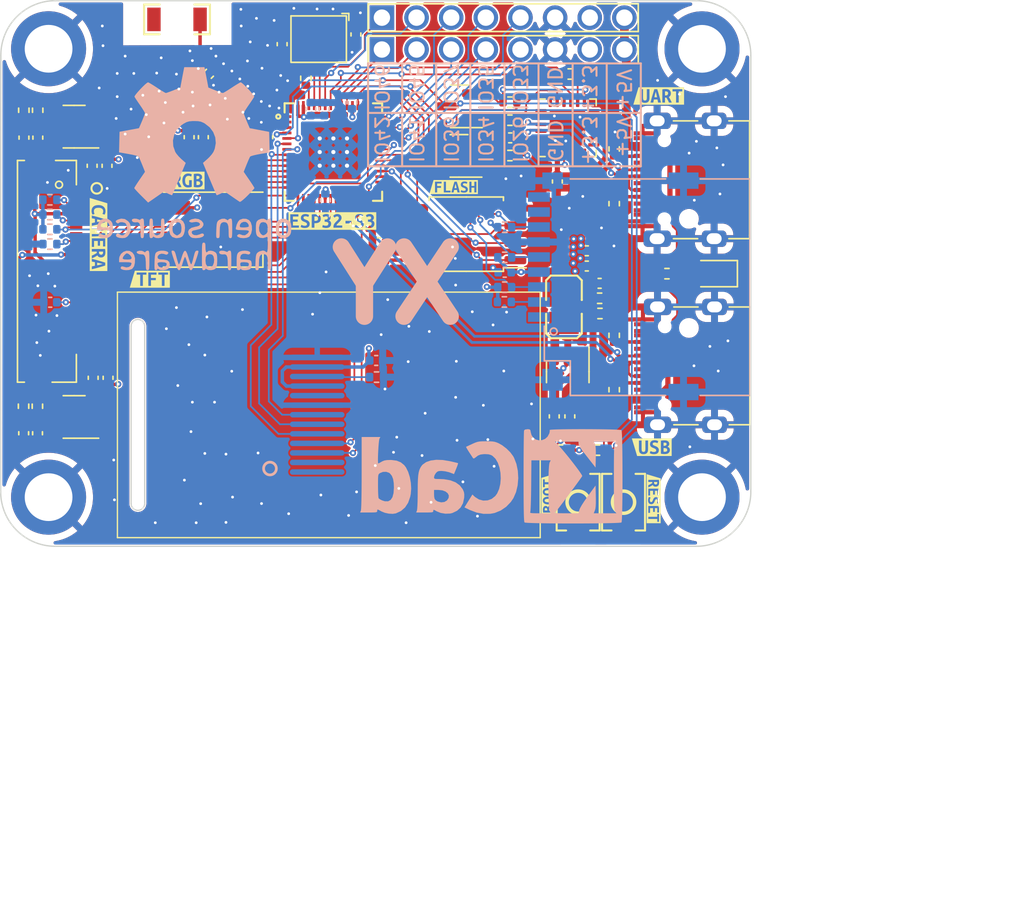
<source format=kicad_pcb>
(kicad_pcb (version 20211014) (generator pcbnew)
  (layers (0 "F.Cu" signal) (1 "In1.Cu" signal "GND") (2 "In2.Cu" signal "POW") (31 "B.Cu" signal) (34 "B.Paste" user) (35 "F.Paste" user) (36 "B.SilkS" user "B.Silkscreen") (37 "F.SilkS" user "F.Silkscreen") (38 "B.Mask" user) (39 "F.Mask" user) (44 "Edge.Cuts" user))
  (net 0 "")
  (net 1 "Net-(AE1-Pad1)")
  (net 2 "/GPIO0")
  (net 3 "GND")
  (net 4 "+3V3")
  (net 5 "/EN")
  (net 6 "Net-(C6-Pad1)")
  (net 7 "Net-(C7-Pad1)")
  (net 8 "Net-(C10-Pad2)")
  (net 9 "Net-(C11-Pad2)")
  (net 10 "/VDD_SPI")
  (net 11 "Net-(C15-Pad2)")
  (net 12 "+5V")
  (net 13 "/+2V8")
  (net 14 "Net-(C25-Pad1)")
  (net 15 "/+1V5")
  (net 16 "Net-(D1-Pad2)")
  (net 18 "/GPIO47")
  (net 19 "/GPIO46")
  (net 20 "/GPIO45")
  (net 21 "/GPIO37")
  (net 22 "/GPIO35")
  (net 23 "/GPIO33")
  (net 24 "/GPIO42")
  (net 25 "/GPIO41")
  (net 26 "/GPIO36")
  (net 27 "/GPIO34")
  (net 29 "/GPIO4")
  (net 30 "/GPIO5")
  (net 31 "Net-(U7-Pad2)")
  (net 32 "/GPIO6")
  (net 33 "Net-(J3-Pad8)")
  (net 34 "/GPIO7")
  (net 35 "/GPIO16")
  (net 36 "/GPIO15")
  (net 37 "/GPIO17")
  (net 38 "/GPIO18")
  (net 39 "/GPIO13")
  (net 40 "/GPIO12")
  (net 41 "/GPIO11")
  (net 42 "/GPIO10")
  (net 43 "/GPIO9")
  (net 44 "/GPIO8")
  (net 47 "Net-(L3-Pad1)")
  (net 48 "Net-(Q1-Pad1)")
  (net 49 "/DTR")
  (net 50 "Net-(Q2-Pad1)")
  (net 51 "/RTS")
  (net 52 "Net-(R1-Pad2)")
  (net 53 "Net-(R2-Pad2)")
  (net 54 "Net-(R5-Pad1)")
  (net 55 "Net-(R6-Pad1)")
  (net 56 "Net-(R7-Pad2)")
  (net 57 "Net-(R8-Pad1)")
  (net 58 "/U0TXD")
  (net 59 "Net-(R10-Pad2)")
  (net 60 "/GPIO38")
  (net 61 "/GPIO39")
  (net 62 "/GPIO40")
  (net 63 "Net-(R13-Pad1)")
  (net 64 "Net-(R17-Pad2)")
  (net 67 "/USB_DP")
  (net 68 "/USB_DN")
  (net 71 "/GPIO1")
  (net 72 "/GPIO2")
  (net 73 "/GPIO3")
  (net 74 "/GPIO14")
  (net 75 "/GPIO21")
  (net 76 "/GPIO26")
  (net 77 "/SPIHD")
  (net 78 "/SPIWP")
  (net 79 "/SPICS0")
  (net 80 "/SPICLK")
  (net 81 "/SPIQ")
  (net 82 "/SPID")
  (net 83 "/GPIO48")
  (net 84 "/U0RXD")
  (net 103 "Net-(R25-Pad2)")
  (net 104 "/USB0_DN")
  (net 105 "/USB0_DP")
  (footprint "kibuzzard-62F65A14" (layer "F.Cu") (at 112.1701 72.9742)
    (fp_text reference "kibuzzard-62F65A14" hide)
    (fp_text value "G***" hide)
  )
  (footprint "LED_SMD:LED_WS2812B_PLCC4_5.0x5.0mm_P3.2mm" (layer "F.Cu") (at 80.01 57.023)
    (fp_text reference "D2" hide)
    (fp_text value "WS2812B" hide)
  )
  (footprint "Capacitor_SMD:C_0402_1005Metric" (layer "F.Cu") (at 78.2484 50.2412 -90)
    (fp_text reference "C1" hide)
    (fp_text value "10uF" hide)
  )
  (footprint "kibuzzard-62F659AA" (layer "F.Cu") (at 77.9309 53.4162)
    (fp_text reference "kibuzzard-62F659AA" hide)
    (fp_text value "G***" hide)
  )
  (footprint "Capacitor_SMD:C_0402_1005Metric" (layer "F.Cu") (at 92.1676 57.9796 180)
    (fp_text reference "C12" hide)
    (fp_text value "0.1uF" hide)
  )
  (footprint "kibuzzard-62F659ED" (layer "F.Cu") (at 112.6781 47.2186)
    (fp_text reference "kibuzzard-62F659ED" hide)
    (fp_text value "G***" hide)
  )
  (footprint "Package_TO_SOT_SMD:SOT-23" (layer "F.Cu") (at 98.0604 47.9806 180)
    (fp_text reference "Q2" hide)
    (fp_text value "S8050" hide)
  )
  (footprint "Capacitor_SMD:C_0402_1005Metric" (layer "F.Cu") (at 108.3474 60.96 180)
    (fp_text reference "C25" hide)
    (fp_text value "22pF" hide)
  )
  (footprint "My_Library:FPC_24_0.5" (layer "F.Cu") (at 68.4562 60.0776 -90)
    (fp_text reference "J3" hide)
    (fp_text value "DVP_24" hide)
  )
  (footprint "Capacitor_SMD:C_0402_1005Metric" (layer "F.Cu") (at 92.1676 59.275 180)
    (fp_text reference "C14" hide)
    (fp_text value "1uF" hide)
  )
  (footprint "kibuzzard-62F6591A" (layer "F.Cu") (at 104.588208 76.394589 90)
    (fp_text reference "kibuzzard-62F6591A" hide)
    (fp_text value "G***" hide)
  )
  (footprint "Resistor_SMD:R_0402_1005Metric" (layer "F.Cu") (at 109.4142 51.1048 -90)
    (fp_text reference "R1" hide)
    (fp_text value "5.1K" hide)
  )
  (footprint "Capacitor_SMD:C_0402_1005Metric" (layer "F.Cu") (at 105.02 70.7136 -90)
    (fp_text reference "C22" hide)
    (fp_text value "104" hide)
  )
  (footprint "My_Library:M.2_Standoff_Card_Pad" (layer "F.Cu") (at 67.9435 43.759)
    (fp_text reference "m1" hide)
    (fp_text value "M.n" hide)
  )
  (footprint "my_cpu_Library:QFN-56_L7.0-W7.0-P0.40-TL-EP4.0" (layer "F.Cu") (at 88.8238 51.3334)
    (fp_text reference "U3" hide)
    (fp_text value "ESP32_S3" hide)
  )
  (footprint "My_Library:8p_2.54" (layer "F.Cu") (at 100.0035 41.4782)
    (fp_text reference "J1" hide)
    (fp_text value "Conn_01x08_Female" hide)
  )
  (footprint "Resistor_SMD:R_0402_1005Metric" (layer "F.Cu") (at 101.7688 51.5874)
    (fp_text reference "R10" hide)
    (fp_text value "4.7K" hide)
  )
  (footprint "Capacitor_SMD:C_0402_1005Metric" (layer "F.Cu") (at 85.0683 43.4213 -90)
    (fp_text reference "C10" hide)
    (fp_text value "TBD" hide)
  )
  (footprint "Package_TO_SOT_SMD:SOT-23-5" (layer "F.Cu") (at 69.8156 49.4706 180)
    (fp_text reference "U10" hide)
    (fp_text value "ME6221CM5G" hide)
  )
  (footprint "Resistor_SMD:R_0402_1005Metric" (layer "F.Cu") (at 113.284 60.2488 180)
    (fp_text reference "R9" hide)
    (fp_text value "5.1K" hide)
  )
  (footprint "Resistor_SMD:R_0402_1005Metric" (layer "F.Cu") (at 86.8082 45.9232 -90)
    (fp_text reference "R7" hide)
    (fp_text value "TBD" hide)
  )
  (footprint "Resistor_SMD:R_0402_1005Metric" (layer "F.Cu") (at 105.4772 73.1874 180)
    (fp_text reference "R4" hide)
    (fp_text value "10K" hide)
  )
  (footprint "Resistor_SMD:R_0402_1005Metric" (layer "F.Cu") (at 67.1441 48.2666 90)
    (fp_text reference "R25" hide)
    (fp_text value "150K" hide)
  )
  (footprint "Capacitor_SMD:C_0402_1005Metric" (layer "F.Cu") (at 67.1332 71.9496 -90)
    (fp_text reference "C23" hide)
    (fp_text value "10uF" hide)
  )
  (footprint "Capacitor_SMD:C_0402_1005Metric" (layer "F.Cu") (at 66.1172 71.9496 -90)
    (fp_text reference "C24" hide)
    (fp_text value "1uF" hide)
  )
  (footprint "Capacitor_SMD:C_0402_1005Metric" (layer "F.Cu") (at 105.2486 53.4924 -90)
    (fp_text reference "C13" hide)
    (fp_text value "1uF" hide)
  )
  (footprint "Capacitor_SMD:C_0402_1005Metric" (layer "F.Cu") (at 90.4785 42.7101 90)
    (fp_text reference "C11" hide)
    (fp_text value "TBD" hide)
  )
  (footprint "kibuzzard-62F65EB3" (layer "F.Cu") (at 75.3655 60.6552)
    (fp_text reference "kibuzzard-62F65EB3" hide)
    (fp_text value "G***" hide)
  )
  (footprint "Resistor_SMD:R_0402_1005Metric" (layer "F.Cu") (at 101.7688 47.6758)
    (fp_text reference "R12" hide)
    (fp_text value "10K" hide)
  )
  (footprint "Resistor_SMD:R_0402_1005Metric" (layer "F.Cu") (at 109.4142 55.118 -90)
    (fp_text reference "R5" hide)
    (fp_text value "5.1K" hide)
  )
  (footprint "Capacitor_SMD:C_0402_1005Metric" (layer "F.Cu") (at 71.2126 67.8856 90)
    (fp_text reference "C21" hide)
    (fp_text value "1uF" hide)
  )
  (footprint "Resistor_SMD:R_0402_1005Metric" (layer "F.Cu") (at 108.3728 63.1698)
    (fp_text reference "R20" hide)
    (fp_text value "100k" hide)
  )
  (footprint "My_Library:M.2_Standoff_Card_Pad" (layer "F.Cu") (at 115.8531 76.637)
    (fp_text reference "m2" hide)
    (fp_text value "M.n" hide)
  )
  (footprint "My_Library:X322512MSB4S" (layer "F.Cu") (at 87.748 43.053 180)
    (fp_text reference "Y1" hide)
    (fp_text value "40M" hide)
  )
  (footprint "Resistor_SMD:R_0402_1005Metric" (layer "F.Cu") (at 66.1281 48.2666 90)
    (fp_text reference "R26" hide)
    (fp_text value "120K" hide)
  )
  (footprint "kibuzzard-62F65F77" (layer "F.Cu") (at 97.6413 53.8988)
    (fp_text reference "kibuzzard-62F65F77" hide)
    (fp_text value "G***" hide)
  )
  (footprint "LED_SMD:LED_0805_2012Metric" (layer "F.Cu") (at 116.7638 60.2488 180)
    (fp_text reference "D1" hide)
    (fp_text value "LED" hide)
  )
  (footprint "My_Library:SW-SMD_L4.0-W2.9-LS5.0" (layer "F.Cu") (at 106.772608 77.004189 -90)
    (fp_text reference "BOOT1" hide)
    (fp_text value "SW" hide)
  )
  (footprint "Resistor_SMD:R_0402_1005Metric" (layer "F.Cu") (at 66.1072 69.9684 90)
    (fp_text reference "R18" hide)
    (fp_text value "120K" hide)
  )
  (footprint "Capacitor_SMD:C_0402_1005Metric" (layer "F.Cu") (at 106.163 70.7136 -90)
    (fp_text reference "C20" hide)
    (fp_text value "22uF" hide)
  )
  (footprint "Capacitor_SMD:C_0402_1005Metric" (layer "F.Cu") (at 81.779 47.6504 -135)
    (fp_text reference "C6" hide)
    (fp_text value "TBD" hide)
  )
  (footprint "My_Library:L2.2uh 2A" (layer "F.Cu") (at 105.7312 62.6872 90)
    (fp_text reference "L3" hide)
    (fp_text value "2.2uH" hide)
  )
  (footprint "Package_TO_SOT_SMD:SOT-23-5" (layer "F.Cu") (at 106.0106 67.437 -90)
    (fp_text reference "U9" hide)
    (fp_text value "SY8089A" hide)
  )
  (footprint "Package_DFN_QFN:QFN-24-1EP_4x4mm_P0.5mm_EP2.6x2.6mm" (layer "F.Cu") (at 105.9852 49.5554)
    (fp_text reference "U4" hide)
    (fp_text value "CP2104" hide)
  )
  (footprint "Capacitor_SMD:C_0402_1005Metric" (layer "F.Cu") (at 101.7888 50.292)
    (fp_text reference "C15" hide)
    (fp_text value "0.1uF" hide)
  )
  (footprint "Resistor_SMD:R_0402_1005Metric" (layer "F.Cu") (at 109.4142 64.77 -90)
    (fp_text reference "R2" hide)
    (fp_text value "5.1K" hide)
  )
  (footprint "kibuzzard-62F6593A" (layer "F.Cu") (at 112.309808 76.750189 -90)
    (fp_text reference "kibuzzard-62F6593A" hide)
    (fp_text value "G***" hide)
  )
  (footprint "my_other_Library:ANT-SMD_L3.1-W1.6" (layer "F.Cu") (at 77.3594 41.6052 180)
    (fp_text reference "AE1" hide)
    (fp_text value "Antenna" hide)
  )
  (footprint "My_Library:SW-SMD_L4.0-W2.9-LS5.0" (layer "F.Cu") (at 110.100008 77.004189 -90)
    (fp_text reference "RES1" hide)
    (fp_text value "SW" hide)
  )
  (footprint "Capacitor_SMD:C_0402_1005Metric" (layer "F.Cu") (at 107.4076 59.69)
    (fp_text reference "C26" hide)
    (fp_text value "22uF" hide)
  )
  (footprint "Package_TO_SOT_SMD:SOT-23" (layer "F.Cu") (at 98.035 51.6128 180)
    (fp_text reference "Q1" hide)
    (fp_text value "S8050" hide)
  )
  (footprint "Capacitor_SMD:C_0402_1005Metric" (layer "F.Cu") (at 84.0142 50.2412 -90)
    (fp_text reference "C7" hide)
    (fp_text value "0.1uF" hide)
  )
  (footprint "My_Library:typec 12" (layer "F.Cu") (at 114.7736 53.6194 90)
    (fp_text reference "U1" hide)
    (fp_text value "TYPE-C-31-M-12_母座" hide)
  )
  (footprint "kibuzzard-62F66074" (layer "F.Cu") (at 71.6063 57.3786 -90)
    (fp_text reference "kibuzzard-62F66074" hide)
    (fp_text value "G***" hide)
  )
  (footprint "Resistor_SMD:R_0402_1005Metric" (layer "F.Cu") (at 108.195 73.1874)
    (fp_text reference "R3" hide)
    (fp_text value "10K" hide)
  )
  (footprint "Package_TO_SOT_SMD:SOT-23-5" (layer "F.Cu") (at 69.8156 70.7558 180)
    (fp_text reference "U8" hide)
    (fp_text value "ME6221CM5G" hide)
  )
  (footprint "Capacitor_SMD:C_0402_1005Metric" (layer "F.Cu") (at 79.6962 45.593 -135)
    (fp_text reference "C4" hide)
    (fp_text value "TBD" hide)
  )
  (footprint "Resistor_SMD:R_0402_1005Metric" (layer "F.Cu") (at 101.7688 48.9966 180)
    (fp_text reference "R11" hide)
    (fp_text value "10K" hide)
  )
  (footprint "My_Library:W25Q128" (layer "F.Cu") (at 98.6384 57.3532 180)
    (fp_text reference "U5" hide)
    (fp_text value "W25Q128" hide)
  )
  (footprint "kibuzzard-62F65989" (layer "F.Cu") (at 88.7513 56.388)
    (fp_text reference "kibuzzard-62F65989" hide)
    (fp_text value "G***" hide)
  )
  (footprint "Capacitor_SMD:C_0402_1005Metric" (layer "F.Cu") (at 71.1364 52.3408 -90)
    (fp_text reference "C28" hide)
    (fp_text value "10uF" hide)
  )
  (footprint "Capacitor_SMD:C_0402_1005Metric" (layer "F.Cu") (at 67.1541 50.2758 -90)
    (fp_text reference "C31" hide)
    (fp_text value "1uF" hide)
  )
  (footprint "Inductor_SMD:L_0402_1005Metric" (layer "F.Cu") (at 81.0424 46.3042 -45)
    (fp_text reference "L1" hide)
    (fp_text value "TBD" hide)
  )
  (footprint "Capacitor_SMD:C_0402_1005Metric" (layer "F.Cu") (at 107.4076 58.5724)
    (fp_text reference "C27" hide)
    (fp_text value "104" hide)
  )
  (footprint "Capacitor_SMD:C_0402_1005Metric" (layer "F.Cu") (at 72.3048 67.8856 90)
    (fp_text reference "C19" hide)
    (fp_text value "10uF" hide)
  )
  (footprint "Capacitor_SMD:C_0402_1005Metric" (layer "F.Cu") (at 79.2898 50.2412 -90)
    (fp_text reference "C3" hide)
    (fp_text value "0.1uF" hide)
  )
  (footprint "Resistor_SMD:R_0402_1005Metric" (layer "F.Cu") (at 108.3474 62.0522)
    (fp_text reference "R19" hide)
    (fp_text value "450K" hide)
  )
  (footprint "My_Library:8p_2.54" (layer "F.Cu") (at 100.0035 43.815)
    (fp_text reference "J2" hide)
    (fp_text value "Conn_01x08_Female" hide)
  )
  (footprint "Capacitor_SMD:C_0402_1005Metric" (layer "F.Cu") (at 108.1823 72.136 180)
    (fp_text reference "C2" hide)
    (fp_text value "1uF" hide)
  )
  (footprint "Resistor_SMD:R_0402_1005Metric" (layer "F.Cu") (at 106.1884 45.6098)
    (fp_text reference "R8" hide)
    (fp_text value "499" hide)
  )
  (footprint "My_Library:M.2_Standoff_Card_Pad" (layer "F.Cu") (at 67.9435 76.637)
    (fp_text reference "m4" hide)
    (fp_text value "M.n" hide)
  )
  (footprint "Inductor_SMD:L_0805_2012Metric" (layer "F.Cu") (at 81.6012 50.1904)
    (fp_text reference "L2" hide)
    (fp_text value "2nH" hide)
  )
  (footprint "Capacitor_SMD:C_0402_1005Metric" (layer "F.Cu") (at 72.2286 52.3408 -90)
    (fp_text reference "C29" hide)
    (fp_text value "1uF" hide)
  )
  (footprint "Capacitor_SMD:C_0402_1005Metric" (layer "F.Cu") (at 66.1381 50.2758 -90)
    (fp_text reference "C30" hide)
    (fp_text value "10uF" hide)
  )
  (footprint "My_Library:M.2_Standoff_Card_Pad" (layer "F.Cu") (at 115.8531 43.7642)
    (fp_text reference "m3" hide)
    (fp_text value "M.n" hide)
  )
  (footprint "Resistor_SMD:R_0402_1005Metric" (layer "F.Cu") (at 109.4142 68.7578 -90)
    (fp_text reference "R6" hide)
    (fp_text value "5.1K" hide)
  )
  (footprint "My_Library:typec 12" (layer "F.Cu") (at 114.803 67.2642 90)
    (fp_text reference "U2" hide)
    (fp_text value "TYPE-C-31-M-12_母座" hide)
  )
  (footprint "Resistor_SMD:R_0402_1005Metric" (layer "F.Cu") (at 67.1232 69.9684 90)
    (fp_text reference "R17" hide)
    (fp_text value "24K" hide)
  )
  (footprint "Capacitor_SMD:C_0402_1005Metric" (layer "B.Cu") (at 68.063008 62.348389)
    (fp_text reference "C32" hide)
    (fp_text value "15pF" hide)
  )
  (footprint "Resistor_SMD:R_0402_1005Metric" (layer "B.Cu") (at 101.3878 56.8452)
    (fp_text reference "R16" hide)
    (fp_text value "10K" hide)
  )
  (footprint "Resistor_SMD:R_0402_1005Metric" (layer "B.Cu") (at 68.0376 54.83)
    (fp_text reference "R24" hide)
    (fp_text value "10K" hide)
  )
  (footprint "My_Library:ST7735" (layer "B.Cu") (at 87.638998 70.591989)
    (fp_text reference "U6" hide)
    (fp_text value "ST7735" hide)
  )
  (footprint "Capacitor_SMD:C_0402_1005Metric" (layer "B.Cu") (at 91.964408 66.615589)
    (fp_text reference "C18" hide)
    (fp_text value "1uF" hide)
  )
  (footprint "Capacitor_SMD:C_0402_1005Metric" (layer "B.Cu") (at 88.2396 54.864 -90)
    (fp_text reference "C9" hide)
    (fp_text value "0.1uF" hide)
  )
  (footprint "Resistor_SMD:R_0402_1005Metric" (layer "B.Cu") (at 101.3878 61.2394)
    (fp_text reference "R14" hide)
    (fp_text value "10K" hide)
  )
  (footprint "Resistor_SMD:R_0402_1005Metric" (layer "B.Cu") (at 101.3878 59.055)
    (fp_text reference "R15" hide)
    (fp_text value "10K" hide)
  )
  (footprint "Capacitor_SMD:C_0402_1005Metric" (layer "B.Cu") (at 90.1864 47.6784 90)
    (fp_text reference "C16" hide)
    (fp_text value "0.1uF" hide)
  )
  (footprint "LOGO" (layer "B.Cu") (at 100.487587 74.736155 180)
    (fp_text reference "G***" hide)
    (fp_text value "LOGO" hide)
  )
  (footprint "Resistor_SMD:R_0402_1005Metric" (layer "B.Cu") (at 68.0376 55.913733)
    (fp_text reference "R23" hide)
    (fp_text value "10K" hide)
  )
  (footprint "Resistor_SMD:R_0402_1005Metric" (layer "B.Cu") (at 68.0376 58.0812 180)
    (fp_text reference "R22" hide)
    (fp_text value "10K" hide)
  )
  (footprint "Resistor_SMD:R_0402_1005Metric" (layer "B.Cu") (at 91.989808 67.834789)
    (fp_text reference "R13" hide)
    (fp_text value "10" hide)
  )
  (footprint "Resistor_SMD:R_0402_1005Metric" (layer "B.Cu") (at 68.0376 56.997466)
    (fp_text reference "R21" hide)
    (fp_text value "10K" hide)
  )
  (footprint "Capacitor_SMD:C_0402_1005Metric" (layer "B.Cu") (at 88.1544 48.1838 90)
    (fp_text reference "C5" hide)
    (fp_text value "1uF" hide)
  )
  (footprint "Resistor_SMD:R_0402_1005Metric" (layer "B.Cu") (at 101.362408 62.322989)
    (fp_text reference "R27" hide)
    (fp_text value "10K" hide)
  )
  (footprint "My_Library:Micro_SD" (layer "B.Cu") (at 111.5822 60.9346 -90)
    (fp_text reference "U7" hide)
    (fp_text value "Micro_SD_Card" hide)
  )
  (footprint "Capacitor_SMD:C_0402_1005Metric" (layer "B.Cu") (at 101.3878 60.1472 180)
    (fp_text reference "C17" hide)
    (fp_text value "0.1uF" hide)
  )
  (footprint "Capacitor_SMD:C_0402_1005Metric" (layer "B.Cu") (at 87.1638 48.1838 90)
    (fp_text reference "C8" hide)
    (fp_text value "10nF" hide)
  )
  (footprint "LOGO" (layer "B.Cu") (at 78.6638 52.5526 180)
    (fp_text reference "G***" hide)
    (fp_text value "LOGO" hide)
  )
  (gr_line (start 103.8675 52.3748) (end 103.8675 44.831) (layer "B.SilkS") (width 0.15))
  (gr_line (start 101.3675 52.3748) (end 101.3675 44.831) (layer "B.SilkS") (width 0.15))
  (gr_circle (center 84.1756 74.537847) (end 84.643953 74.537847) (layer "B.SilkS") (width 0.2) (fill none))
  (gr_line (start 108.8675 52.3748) (end 108.8675 44.831) (layer "B.SilkS") (width 0.15))
  (gr_line (start 111.3675 52.3748) (end 111.3675 44.831) (layer "B.SilkS") (width 0.15))
  (gr_line (start 91.3675 52.3748) (end 91.3675 44.831) (layer "B.SilkS") (width 0.15))
  (gr_line (start 96.3675 52.3748) (end 96.3675 44.831) (layer "B.SilkS") (width 0.15))
  (gr_line (start 111.3675 48.4632) (end 91.3675 48.4632) (layer "B.SilkS") (width 0.15))
  (gr_line (start 111.3675 52.3748) (end 91.3675 52.3748) (layer "B.SilkS") (width 0.15))
  (gr_line (start 93.8675 52.3748) (end 93.8675 44.831) (layer "B.SilkS") (width 0.15))
  (gr_line (start 106.3675 52.3748) (end 106.3675 44.831) (layer "B.SilkS") (width 0.15))
  (gr_line (start 111.3675 44.831) (end 91.3675 44.831) (layer "B.SilkS") (width 0.15))
  (gr_line (start 98.8675 52.3748) (end 98.8675 44.831) (layer "B.SilkS") (width 0.15))
  (gr_circle (center 71.4756 53.992855) (end 71.5518 54.373855) (layer "F.SilkS") (width 0.15) (fill none))
  (gr_line (start 103.990608 79.603384) (end 72.990608 79.603384) (layer "F.SilkS") (width 0.1))
  (gr_line (start 72.990608 61.603395) (end 103.990608 61.603395) (layer "F.SilkS") (width 0.1))
  (gr_line (start 103.990608 79.603384) (end 103.990608 61.603395) (layer "F.SilkS") (width 0.1))
  (gr_line (start 72.990608 61.603395) (end 72.990608 79.603384) (layer "F.SilkS") (width 0.1))
  (gr_line locked (start 74.9906 77.103395) (end 74.9906 64.103395) (layer "Edge.Cuts") (width 0.1))
  (gr_arc locked (start 74.9906 77.103395) (mid 74.4906 77.597471) (end 73.9906 77.103395) (layer "Edge.Cuts") (width 0.1))
  (gr_arc locked (start 115.434 40.2336) (mid 118.262427 41.405173) (end 119.434 44.2336) (layer "Edge.Cuts") (width 0.1))
  (gr_line locked (start 64.444 44.2336) (end 64.4308 76.2386) (layer "Edge.Cuts") (width 0.1))
  (gr_arc locked (start 64.444 44.2336) (mid 65.615573 41.405173) (end 68.444 40.2336) (layer "Edge.Cuts") (width 0.1))
  (gr_arc locked (start 68.4308 80.2386) (mid 65.602373 79.067027) (end 64.4308 76.2386) (layer "Edge.Cuts") (width 0.1))
  (gr_arc locked (start 73.9906 64.103395) (mid 74.4906 63.609319) (end 74.9906 64.103395) (layer "Edge.Cuts") (width 0.1))
  (gr_arc locked (start 119.434 76.2386) (mid 118.262427 79.067027) (end 115.434 80.2386) (layer "Edge.Cuts") (width 0.1))
  (gr_line locked (start 119.434 44.2336) (end 119.434 76.2386) (layer "Edge.Cuts") (width 0.1))
  (gr_line (start 68.4308 80.2386) (end 115.434 80.2386) (layer "Edge.Cuts") (width 0.1))
  (gr_line locked (start 68.444 40.2336) (end 115.434 40.2336) (layer "Edge.Cuts") (width 0.1))
  (gr_line locked (start 73.9906 77.103395) (end 73.9906 64.103395) (layer "Edge.Cuts") (width 0.1))
  (gr_text "+3.3" (at 107.572626 50.488839 -90) (layer "B.SilkS") (effects (font (size 1 1)) (justify mirror)))
  (gr_text "IO36" (at 97.427142 50.3936 -90) (layer "B.SilkS") (effects (font (size 1 1)) (justify mirror)))
  (gr_text "IO37" (at 97.427142 46.5836 -90) (layer "B.SilkS") (effects (font (size 1 1)) (justify mirror)))
  (gr_text "IO41" (at 94.890771 50.3936 -90) (layer "B.SilkS") (effects (font (size 1 1)) (justify mirror)))
  (gr_text "GND" (at 105.036255 46.609 -90) (layer "B.SilkS") (effects (font (size 1 1)) (justify mirror)))
  (gr_text "IO26" (at 102.499896 50.3936 -90) (layer "B.SilkS") (effects (font (size 1 1)) (justify mirror)))
  (gr_text "+3.3" (at 107.572626 46.736 -90) (layer "B.SilkS") (effects (font (size 1 1)) (justify mirror)))
  (gr_text "IO34" (at 99.963513 50.3936 -90) (layer "B.SilkS") (effects (font (size 1 1)) (justify mirror)))
  (gr_text "IO33" (at 102.499884 46.5836 -90) (layer "B.SilkS") (effects (font (size 1 1)) (justify mirror)))
  (gr_text "IO46" (at 92.3544 46.5836 -90) (layer "B.SilkS") (effects (font (size 1 1)) (justify mirror)))
  (gr_text "IO45" (at 94.890771 46.5836 -90) (layer "B.SilkS") (effects (font (size 1 1)) (justify mirror)))
  (gr_text "GND" (at 105.0798 50.4952 -90) (layer "B.SilkS") (effects (font (size 1 1)) (justify mirror)))
  (gr_text "+5V" (at 110.109 50.203124 -90) (layer "B.SilkS") (effects (font (size 1 1)) (justify mirror)))
  (gr_text "IO35" (at 99.963513 46.5836 -90) (layer "B.SilkS") (effects (font (size 1 1)) (justify mirror)))
  (gr_text "IO42" (at 92.3544 50.3936 -90) (layer "B.SilkS") (effects (font (size 1 1)) (justify mirror)))
  (gr_text "+5V" (at 110.109 46.7614 -90) (layer "B.SilkS") (effects (font (size 1 1)) (justify mirror)))
  (gr_text "XY" (at 93.5228 61.087) (layer "B.SilkS") (effects (font (size 5.08 5.08) (thickness 1.27)) (justify mirror)))
  (segment (start 79.475264 44.693242) (end 80.035611 45.253589) (width 0.254) (layer "F.Cu") (net 1))
  (segment (start 80.010211 45.272011) (end 80.699453 45.961253) (width 0.254) (layer "F.Cu") (net 1))
  (segment (start 79.051 43.668978) (end 79.051 41.6052) (width 0.254) (layer "F.Cu") (net 1))
  (arc (start 79.475264 44.693242) (mid 79.161262 44.223305) (end 79.050999 43.668978) (width 0.254) (layer "F.Cu") (net 1))
  (segment (start 94.479 46.5242) (end 94.479 46.6766) (width 0.127) (layer "F.Cu") (net 2))
  (segment (start 105.4772 72.5084) (end 104.9672 73.0184) (width 0.127) (layer "F.Cu") (net 2))
  (segment (start 104.9672 73.1874) (end 104.990819 73.1874) (width 0.127) (layer "F.Cu") (net 2))
  (segment (start 104.990819 73.1874) (end 106.772608 74.969189) (width 0.127) (layer "F.Cu") (net 2))
  (segment (start 86.233 50.3174) (end 85.4322 50.3174) (width 0.127) (layer "F.Cu") (net 2))
  (segment (start 104.9672 73.0184) (end 104.9672 73.1874) (width 0.127) (layer "F.Cu") (net 2))
  (segment (start 85.4322 50.3174) (end 85.4163 50.3333) (width 0.127) (layer "F.Cu") (net 2))
  (segment (start 97.0975 51.6128) (end 97.0975 49.1635) (width 0.127) (layer "F.Cu") (net 2))
  (segment (start 97.0975 49.1635) (end 97.2476 49.0134) (width 0.127) (layer "F.Cu") (net 2))
  (segment (start 94.479 46.6766) (end 96.8158 49.0134) (width 0.127) (layer "F.Cu") (net 2))
  (segment (start 96.8158 49.0134) (end 97.2476 49.0134) (width 0.127) (layer "F.Cu") (net 2))
  (via (at 97.2476 49.0134) (size 0.4572) (drill 0.2032) (layers "F.Cu" "B.Cu") (net 2))
  (via (at 86.233 50.3174) (size 0.4572) (drill 0.2032) (layers "F.Cu" "B.Cu") (net 2))
  (via (at 94.479 46.5242) (size 0.4572) (drill 0.2032) (layers "F.Cu" "B.Cu") (net 2))
  (via (at 105.4772 72.5084) (size 0.4572) (drill 0.2032) (layers "F.Cu" "B.Cu") (net 2))
  (segment (start 97.4684 49.0134) (end 98.2218 48.26) (width 0.127) (layer "B.Cu") (net 2))
  (segment (start 110.7096 70.959) (end 109.1602 72.5084) (width 0.127) (layer "B.Cu") (net 2))
  (segment (start 109.1602 72.5084) (end 105.4772 72.5084) (width 0.127) (layer "B.Cu") (net 2))
  (segment (start 86.1822 50.2666) (end 86.1822 47.5566) (width 0.127) (layer "B.Cu") (net 2))
  (segment (start 110.7096 48.988) (end 110.7096 70.959) (width 0.127) (layer "B.Cu") (net 2))
  (segment (start 86.1822 47.5566) (end 87.2146 46.5242) (width 0.127) (layer "B.Cu") (net 2))
  (segment (start 86.233 50.3174) (end 86.1822 50.2666) (width 0.127) (layer "B.Cu") (net 2))
  (segment (start 98.2218 48.26) (end 109.9816 48.26) (width 0.127) (layer "B.Cu") (net 2))
  (segment (start 109.9816 48.26) (end 110.7096 48.988) (width 0.127) (layer "B.Cu") (net 2))
  (segment (start 87.2146 46.5242) (end 94.479 46.5242) (width 0.127) (layer "B.Cu") (net 2))
  (segment (start 97.2476 49.0134) (end 97.4684 49.0134) (width 0.127) (layer "B.Cu") (net 2))
  (segment (start 106.0106 66.2995) (end 106.0106 66.8618) (width 0.254) (layer "F.Cu") (net 3))
  (segment (start 66.1072 69.1637) (end 67.26789 68.00301) (width 0.254) (layer "F.Cu") (net 3))
  (segment (start 104.9154 48.8054) (end 105.029 48.6918) (width 0.254) (layer "F.Cu") (net 3))
  (segment (start 106.0106 66.8618) (end 105.6894 67.183) (width 0.254) (layer "F.Cu") (net 3))
  (segment (start 104.0477 48.8054) (end 104.9154 48.8054) (width 0.254) (layer "F.Cu") (net 3))
  (segment (start 90.1954 44.0182) (end 90.1954 43.4732) (width 0.254) (layer "F.Cu") (net 3))
  (segment (start 84.0142 50.7212) (end 83.982797 50.7212) (width 0.127) (layer "F.Cu") (net 3))
  (segment (start 90.1954 43.4732) (end 90.4785 43.1901) (width 0.254) (layer "F.Cu") (net 3))
  (segment (start 105.1216 48.6918) (end 105.9852 49.5554) (width 0.254) (layer "F.Cu") (net 3))
  (segment (start 105.029 48.6918) (end 105.1216 48.6918) (width 0.254) (layer "F.Cu") (net 3))
  (segment (start 83.982797 50.7212) (end 83.557008 51.146989) (width 0.127) (layer "F.Cu") (net 3))
  (segment (start 90.1954 44.0182) (end 90.10538 43.92818) (width 0.254) (layer "F.Cu") (net 3))
  (segment (start 90.10538 43.92818) (end 88.84792 43.92818) (width 0.254) (layer "F.Cu") (net 3))
  (segment (start 66.1072 69.4584) (end 66.1072 69.1637) (width 0.254) (layer "F.Cu") (net 3))
  (via (at 83.5914 45.1866) (size 0.4572) (drill 0.2032) (layers "F.Cu" "B.Cu") (net 3))
  (via (at 99.822 69.9008) (size 0.4572) (drill 0.2032) (layers "F.Cu" "B.Cu") (net 3))
  (via (at 87.63 40.8432) (size 0.4572) (drill 0.2032) (layers "F.Cu" "B.Cu") (net 3))
  (via (at 80.4418 46.9392) (size 0.4572) (drill 0.2032) (layers "F.Cu" "B.Cu") (net 3))
  (via (at 97.5614 58.293) (size 0.4572) (drill 0.2032) (layers "F.Cu" "B.Cu") (net 3))
  (via (at 79.8576 43.7388) (size 0.4572) (drill 0.2032) (layers "F.Cu" "B.Cu") (net 3))
  (via (at 75.7682 78.5114) (size 0.4572) (drill 0.2032) (layers "F.Cu" "B.Cu") (net 3))
  (via (at 116.4336 65.5828) (size 0.4572) (drill 0.2032) (layers "F.Cu" "B.Cu") (net 3))
  (via (at 75.8698 45.5422) (size 0.4572) (drill 0.2032) (layers "F.Cu" "B.Cu") (net 3))
  (via (at 79.4004 73.4314) (size 0.4572) (drill 0.2032) (layers "F.Cu" "B.Cu") (net 3))
  (via (at 82.55 46.5074) (size 0.4572) (drill 0.2032) (layers "F.Cu" "B.Cu") (net 3))
  (via (at 115.443 50.546) (size 0.4572) (drill 0.2032) (layers "F.Cu" "B.Cu") (net 3))
  (via (at 67.859808 53.559989) (size 0.4572) (drill 0.2032) (layers "F.Cu" "B.Cu") (net 3))
  (via (at 77.3176 45.6184) (size 0.4572) (drill 0.2032) (layers "F.Cu" "B.Cu") (net 3))
  (via (at 82.160008 62.881789) (size 0.4572) (drill 0.2032) (layers "F.Cu" "B.Cu") (net 3))
  (via (at 84.963 45.72) (size 0.4572) (drill 0.2032) (layers "F.Cu" "B.Cu") (net 3))
  (via (at 93.234408 73.346589) (size 0.4572) (drill 0.2032) (layers "F.Cu" "B.Cu") (net 3))
  (via (at 78.486 44.6278) (size 0.4572) (drill 0.2032) (layers "F.Cu" "B.Cu") (net 3))
  (via (at 95.9866 77.0128) (size 0.4572) (drill 0.2032) (layers "F.Cu" "B.Cu") (net 3))
  (via (at 90.805 41.1226) (size 0.4572) (drill 0.2032) (layers "F.Cu" "B.Cu") (net 3))
  (via (at 77.8002 48.4124) (size 0.4572) (drill 0.2032) (layers "F.Cu" "B.Cu") (net 3))
  (via (at 79.0956 77.1144) (size 0.4572) (drill 0.2032) (layers "F.Cu" "B.Cu") (net 3))
  (via (at 78.5368 47.9552) (size 0.4572) (drill 0.2032) (layers "F.Cu" "B.Cu") (net 3))
  (via (at 116.9416 51.0286) (size 0.4572) (drill 0.2032) (layers "F.Cu" "B.Cu") (net 3))
  (via (at 78.9178 45.212) (size 0.4572) (drill 0.2032) (layers "F.Cu" "B.Cu") (net 3))
  (via (at 83.5406 49.149) (size 0.4572) (drill 0.2032) (layers "F.Cu" "B.Cu") (net 3))
  (via (at 107.1118 54.5846) (size 0.4572) (drill 0.2032) (layers "F.Cu" "B.Cu") (net 3))
  (via (at 79.4004 66.2178) (size 0.4572) (drill 0.2032) (layers "F.Cu" "B.Cu") (net 3))
  (via (at 72.898 48.8696) (size 0.4572) (drill 0.2032) (layers "F.Cu" "B.Cu") (net 3))
  (via (at 78.232 65.4558) (size 0.4572) (drill 0.2032) (layers "F.Cu" "B.Cu") (net 3))
  (via (at 84.836 48.1076) (size 0.4572) (drill 0.2032) (layers "F.Cu" "B.Cu") (net 3))
  (via (at 69.383808 52.670989) (size 0.4572) (drill 0.2032) (layers "F.Cu" "B.Cu") (net 3))
  (via (at 81.372608 67.402989) (size 0.4572) (drill 0.2032) (layers "F.Cu" "B.Cu") (net 3))
  (via (at 79.5528 63.4238) (size 0.4572) (drill 0.2032) (layers "F.Cu" "B.Cu") (net 3))
  (via (at 83.557008 51.146989) (size 0.4572) (drill 0.2032) (layers "F.Cu" "B.Cu") (net 3))
  (via (at 115.2906 54.864) (size 0.4572) (drill 0.2032) (layers "F.Cu" "B.Cu") (net 3))
  (via (at 112.5982 46.0756) (size 0.4572) (drill 0.2032) (layers "F.Cu" "B.Cu") (net 3))
  (via (at 101.5238 63.0682) (size 0.4572) (drill 0.2032) (layers "F.Cu" "B.Cu") (net 3))
  (via (at 80.899 47.3964) (size 0.4572) (drill 0.2032) (layers "F.Cu" "B.Cu") (net 3))
  (via (at 73.9902 48.1838) (size 0.4572) (drill 0.2032) (layers "F.Cu" "B.Cu") (net 3))
  (via (at 92.329 64.7192) (size 0.4572) (drill 0.2032) (layers "F.Cu" "B.Cu") (net 3))
  (via (at 81.4324 76.6318) (size 0.4572) (drill 0.2032) (layers "F.Cu" "B.Cu") (net 3))
  (via (at 81.0514 48.9204) (size 0.4572) (drill 0.2032) (layers "F.Cu" "B.Cu") (net 3))
  (via (at 115.2652 67.0052) (size 0.4572) (drill 0.2032) (layers "F.Cu" "B.Cu") (net 3))
  (via (at 92.6084 68.707) (size 0.4572) (drill 0.2032) (layers "F.Cu" "B.Cu") (net 3))
  (via (at 78.486 46.9392) (size 0.4572) (drill 0.2032) (layers "F.Cu" "B.Cu") (net 3))
  (via (at 82.0674 42.0878) (size 0.4572) (drill 0.2032) (layers "F.Cu" "B.Cu") (net 3))
  (via (at 74.4474 51.7398) (size 0.4572) (drill 0.2032) (layers "F.Cu" "B.Cu") (net 3))
  (via (at 105.6894 67.183) (size 0.4572) (drill 0.2032) (layers "F.Cu" "B.Cu") (net 3))
  (via (at 82.042 40.8686) (size 0.4572) (drill 0.2032) (layers "F.Cu" "B.Cu") (net 3))
  (via (at 78.3844 71.8312) (size 0.4572) (drill 0.2032) (layers "F.Cu" "B.Cu") (net 3))
  (via (at 93.6244 75.9968) (size 0.4572) (drill 0.2032) (layers "F.Cu" "B.Cu") (net 3))
  (via (at 82.9818 47.0662) (size 0.4572) (drill 0.2032) (layers "F.Cu" "B.Cu") (net 3))
  (via (at 85.5472 77.851) (size 0.4572) (drill 0.2032) (layers "F.Cu" "B.Cu") (net 3))
  (via (at 105.8672 50.5206) (size 0.4572) (drill 0.2032) (layers "F.Cu" "B.Cu") (net 3))
  (via (at 87.8332 61.6458) (size 0.4572) (drill 0.2032) (layers "F.Cu" "B.Cu") (net 3))
  (via (at 75.2856 50.2158) (size 0.4572) (drill 0.2032) (layers "F.Cu" "B.Cu") (net 3))
  (via (at 73.5584 44.2976) (size 0.4572) (drill 0.2032) (layers "F.Cu" "B.Cu") (net 3))
  (via (at 95.5548 70.485) (size 0.4572) (drill 0.2032) (layers "F.Cu" "B.Cu") (net 3))
  (via (at 88.7984 40.8432) (size 0.4572) (drill 0.2032) (layers "F.Cu" "B.Cu") (net 3))
  (via (at 90.5256 76.2508) (size 0.4572) (drill 0.2032) (layers "F.Cu" "B.Cu") (net 3))
  (via (at 87.9094 76.4794) (size 0.4572) (drill 0.2032) (layers "F.Cu" "B.Cu") (net 3))
  (via (at 100.5332 64.008) (size 0.4572) (drill 0.2032) (layers "F.Cu" "B.Cu") (net 3))
  (via (at 89.9414 77.978) (size 0.4572) (drill 0.2032) (layers "F.Cu" "B.Cu") (net 3))
  (via (at 77.3176 62.738) (size 0.4572) (drill 0.2032) (layers "F.Cu" "B.Cu") (net 3))
  (via (at 85.471 46.101) (size 0.4572) (drill 0.2032) (layers "F.Cu" "B.Cu") (net 3))
  (via (at 76.4032 49.1998) (size 0.4572) (drill 0.2032) (layers "F.Cu" "B.Cu") (net 3))
  (via (at 108.4834 56.896) (size 0.4572) (drill 0.2032) (layers "F.Cu" "B.Cu") (net 3))
  (via (at 77.4192 68.453) (size 0.4572) (drill 0.2032) (layers "F.Cu" "B.Cu") (net 3))
  (via (at 99.0092 63.0428) (size 0.4572) (drill 0.2032) (layers "F.Cu" "B.Cu") (net 3))
  (via (at 84.6836 46.7868) (size 0.4572) (drill 0.2032) (layers "F.Cu" "B.Cu") (net 3))
  (via (at 75.1078 48.5902) (size 0.4572) (drill 0.2032) (layers "F.Cu" "B.Cu") (net 3))
  (via (at 95.8596 64.4906) (size 0.4572) (drill 0.2032) (layers "F.Cu" "B.Cu") (net 3))
  (via (at 101.473 53.2892) (size 0.4572) (drill 0.2032) (layers "F.Cu" "B.Cu") (net 3))
  (via (at 94.3102 66.7004) (size 0.4572) (drill 0.2032) (layers "F.Cu" "B.Cu") (net 3))
  (via (at 72.771 76.835) (size 0.4572) (drill 0.2032) (layers "F.Cu" "B.Cu") (net 3))
  (via (at 71.9328 43.5356) (size 0.4572) (drill 0.2032) (layers "F.Cu" "B.Cu") (net 3))
  (via (at 83.5406 47.625) (size 0.4572) (drill 0.2032) (layers "F.Cu" "B.Cu") (net 3))
  (via (at 117.7544 65.1764) (size 0.4572) (drill 0.2032) (layers "F.Cu" "B.Cu") (net 3))
  (via (at 67.0814 65.3034) (size 0.4572) (drill 0.2032) (layers "F.Cu" "B.Cu") (net 3))
  (via (at 97.8408 66.675) (size 0.4572) (drill 0.2032) (layers "F.Cu" "B.Cu") (net 3))
  (via (at 91.8972 74.3204) (size 0.4572) (drill 0.2032) (layers "F.Cu" "B.Cu") (net 3))
  (via (at 114.9096 51.4096) (size 0.4572) (drill 0.2032) (layers "F.Cu" "B.Cu") (net 3))
  (via (at 106.1212 55.4482) (size 0.4572) (drill 0.2032) (layers "F.Cu" "B.Cu") (net 3))
  (via (at 77.4954 46.7106) (size 0.4572) (drill 0.2032) (layers "F.Cu" "B.Cu") (net 3))
  (via (at 73.5584 50.0126) (size 0.4572) (drill 0.2032) (layers "F.Cu" "B.Cu") (net 3))
  (via (at 117.1702 54.4068) (size 0.4572) (drill 0.2032) (layers "F.Cu" "B.Cu") (net 3))
  (via (at 78.486 69.6722) (size 0.4572) (drill 0.2032) (layers "F.Cu" "B.Cu") (net 3))
  (via (at 100.6094 74.3712) (size 0.4572) (drill 0.2032) (layers "F.Cu" "B.Cu") (net 3))
  (via (at 109.3978 58.2168) (size 0.4572) (drill 0.2032) (layers "F.Cu" "B.Cu") (net 3))
  (via (at 67.9196 60.2488) (size 0.4572) (drill 0.2032) (layers "F.Cu" "B.Cu") (net 3))
  (via (at 76.5048 47.7012) (size 0.4572) (drill 0.2032) (layers "F.Cu" "B.Cu") (net 3))
  (via (at 80.2132 44.2976) (size 0.4572) (drill 0.2032) (layers "F.Cu" "B.Cu") (net 3))
  (via (at 80.5688 58.293) (size 0.4572) (drill 0.2032) (layers "F.Cu" "B.Cu") (net 3))
  (via (at 103.3526 69.7992) (size 0.4572) (drill 0.2032) (layers "F.Cu" "B.Cu") (net 3))
  (via (at 71.882 42.0878) (size 0.4572) (drill 0.2032) (layers "F.Cu" "B.Cu") (net 3))
  (via (at 79.7814 47.879) (size 0.4572) (drill 0.2032) (layers "F.Cu" "B.Cu") (net 3))
  (via (at 72.9742 45.5676) (size 0.4572) (drill 0.2032) (layers "F.Cu" "B.Cu") (net 3))
  (via (at 67.9704 64.4652) (size 0.4572) (drill 0.2032) (layers "F.Cu" "B.Cu") (net 3))
  (via (at 117.0432 67.3862) (size 0.4572) (drill 0.2032) (layers "F.Cu" "B.Cu") (net 3))
  (via (at 90.1954 44.0182) (size 0.4572) (drill 0.2032) (layers "F.Cu" "B.Cu") (net 3))
  (via (at 82.1944 48.4124) (size 0.4572) (drill 0.2032) (layers "F.Cu" "B.Cu") (net 3))
  (via (at 74.8538 47.1678) (size 0.4572) (drill 0.2032) (layers "F.Cu" "B.Cu") (net 3))
  (via (at 97.7646 59.1312) (size 0.4572) (drill 0.2032) (layers "F.Cu" "B.Cu") (net 3))
  (via (at 95.3262 73.5838) (size 0.4572) (drill 0.2032) (layers "F.Cu" "B.Cu") (net 3))
  (via (at 93.472 72.2376) (size 0.4572) (drill 0.2032) (layers "F.Cu" "B.Cu") (net 3))
  (via (at 80.1116 69.6722) (size 0.4572) (drill 0.2032) (layers "F.Cu" "B.Cu") (net 3))
  (via (at 81.3816 45.3898) (size 0.4572) (drill 0.2032) (layers "F.Cu" "B.Cu") (net 3))
  (via (at 72.9742 47.2694) (size 0.4572) (drill 0.2032) (layers "F.Cu" "B.Cu") (net 3))
  (via (at 92.8116 62.1538) (size 0.4572) (drill 0.2032) (layers "F.Cu" "B.Cu") (net 3))
  (via (at 94.1578 78.5114) (size 0.4572) (drill 0.2032) (layers "F.Cu" "B.Cu") (net 3))
  (via (at 101.3206 67.3862) (size 0.4572) (drill 0.2032) (layers "F.Cu" "B.Cu") (net 3))
  (via (at 67.3354 66.2432) (size 0.4572) (drill 0.2032) (layers "F.Cu" "B.Cu") (net 3))
  (via (at 117.5766 47.2694) (size 0.4572) (drill 0.2032) (layers "F.Cu" "B.Cu") (net 3))
  (via (at 85.9282 40.7924) (size 0.4572) (drill 0.2032) (layers "F.Cu" "B.Cu") (net 3))
  (via (at 105.537 57.023) (size 0.4572) (drill 0.2032) (layers "F.Cu" "B.Cu") (net 3))
  (via (at 82.7278 43.2562) (size 0.4572) (drill 0.2032) (layers "F.Cu" "B.Cu") (net 3))
  (via (at 77.9018 75.3872) (size 0.4572) (drill 0.2032) (layers "F.Cu" "B.Cu") (net 3))
  (via (at 94.361 64.1096) (size 0.4572) (drill 0.2032) (layers "F.Cu" "B.Cu") (net 3))
  (via (at 109.474 49.8602) (size 0.4572) (drill 0.2032) (layers "F.Cu" "B.Cu") (net 3))
  (via (at 102.5906 53.086) (size 0.4572) (drill 0.2032) (layers "F.Cu" "B.Cu") (net 3))
  (via (at 71.6534 46.6344) (size 0.4572) (drill 0.2032) (layers "F.Cu" "B.Cu") (net 3))
  (via (at 114.1984 47.0916) (size 0.4572) (drill 0.2032) (layers "F.Cu" "B.Cu") (net 3))
  (via (at 114.962898 72.945887) (size 0.4572) (drill 0.2032) (layers "F.Cu" "B.Cu") (net 3))
  (via (at 80.9498 78.486) (size 0.4572) (drill 0.2032) (layers "F.Cu" "B.Cu") (net 3))
  (via (at 76.2 44.4246) (size 0.4572) (drill 0.2032) (layers "F.Cu" "B.Cu") (net 3))
  (via (at 78.3082 43.9166) (size 0.4572) (drill 0.2032) (layers "F.Cu" "B.Cu") (net 3))
  (via (at 80.772 44.8564) (size 0.4572) (drill 0.2032) (layers "F.Cu" "B.Cu") (net 3))
  (via (at 76.0476 46.863) (size 0.4572) (drill 0.2032) (layers "F.Cu" "B.Cu") (net 3))
  (via (at 74.1934 45.5676) (size 0.4572) (drill 0.2032) (layers "F.Cu" "B.Cu") (net 3))
  (via (at 82.5246 44.6532) (size 0.4572) (drill 0.2032) (layers "F.Cu" "B.Cu") (net 3))
  (via (at 72.2376 54.0004) (size 0.4572) (drill 0.2032) (layers "F.Cu" "B.Cu") (net 3))
  (via (at 117.3988 52.2732) (size 0.4572) (drill 0.2032) (layers "F.Cu" "B.Cu") (net 3))
  (via (at 82.6262 48.8696) (size 0.4572) (drill 0.2032) (layers "F.Cu" "B.Cu") (net 3))
  (via (at 68.4022 61.1632) (size 0.4572) (drill 0.2032) (layers "F.Cu" "B.Cu") (net 3))
  (via (at 100.5332 59.817) (size 0.4572) (drill 0.2032) (layers "F.Cu" "B.Cu") (net 3))
  (via (at 80.0354 46.4312) (size 0.4572) (drill 0.2032) (layers "F.Cu" "B.Cu") (net 3))
  (via (at 97.8916 72.4662) (size 0.4572) (drill 0.2032) (layers "F.Cu" "B.Cu") (net 3))
  (via (at 72.7202 73.914) (size 0.4572) (drill 0.2032) (layers "F.Cu" "B.Cu") (net 3))
  (via (at 88.2904 60.1218) (size 0.4572) (drill 0.2032) (layers "F.Cu" "B.Cu") (net 3))
  (via (at 80.9498 73.4822) (size 0.4572) (drill 0.2032) (layers "F.Cu" "B.Cu") (net 3))
  (via (at 103.4542 72.3646) (size 0.4572) (drill 0.2032) (layers "F.Cu" "B.Cu") (net 3))
  (via (at 105.1052 50.4952) (size 0.4572) (drill 0.2032) (layers "F.Cu" "B.Cu") (net 3))
  (via (at 67.021608 63.288189) (size 0.4572) (drill 0.2032) (layers "F.Cu" "B.Cu") (net 3))
  (via (at 84.1502 47.9552) (size 0.4572) (drill 0.2032) (layers "F.Cu" "B.Cu") (net 3))
  (via (at 67.1576 61.1378) (size 0.4572) (drill 0.2032) (layers "F.Cu" "B.Cu") (net 3))
  (via (at 83.185 41.529) (size 0.4572) (drill 0.2032) (layers "F.Cu" "B.Cu") (net 3))
  (via (at 76.581 64.2874) (size 0.4572) (drill 0.2032) (layers "F.Cu" "B.Cu") (net 3))
  (via (at 87.2998 63.2206) (size 0.4572) (drill 0.2032) (layers "F.Cu" "B.Cu") (net 3))
  (via (at 97.79 61.087) (size 0.4572) (drill 0.2032) (layers "F.Cu" "B.Cu") (net 3))
  (via (at 68.5546 63.3222) (size 0.4572) (drill 0.2032) (layers "F.Cu" "B.Cu") (net 3))
  (via (at 97.79 69.3166) (size 0.4572) (drill 0.2032) (layers "F.Cu" "B.Cu") (net 3))
  (via (at 98.3234 75.5142) (size 0.4572) (drill 0.2032) (layers "F.Cu" "B.Cu") (net 3))
  (via (at 106.9086 48.768) (size 0.4572) (drill 0.2032) (layers "F.Cu" "B.Cu") (net 3))
  (via (at 84.4804 41.6814) (size 0.4572) (drill 0.2032) (layers "F.Cu" "B.Cu") (net 3))
  (via (at 78.7654 78.5114) (size 0.4572) (drill 0.2032) (layers "F.Cu" "B.Cu") (net 3))
  (via (at 81.9658 45.974) (size 0.4572) (drill 0.2032) (layers "F.Cu" "B.Cu") (net 3))
  (via (at 105.029 48.6918) (size 0.4572) (drill 0.2032) (layers "F.Cu" "B.Cu") (net 3))
  (via (at 83.557008 77.105789) (size 0.4572) (drill 0.2032) (layers "F.Cu" "B.Cu") (net 3))
  (via (at 66.548 60.4012) (size 0.4572) (drill 0.2032) (layers "F.Cu" "B.Cu") (net 3))
  (via (at 100.1522 72.4154) (size 0.4572) (drill 0.2032) (layers "F.Cu" "B.Cu") (net 3))
  (via (at 99.3902 78.0288) (size 0.4572) (drill 0.2032) (layers "F.Cu" "B.Cu") (net 3))
  (via (at 83.303008 73.397389) (size 0.4572) (drill 0.2032) (layers "F.Cu" "B.Cu") (net 3))
  (via (at 83.9978 43.5102) (size 0.4572) (drill 0.2032) (layers "F.Cu" "B.Cu") (net 3))
  (segment (start 100.8634 60.1472) (end 100.5332 59.817) (width 0.254) (layer "B.Cu") (net 3))
  (segment (start 100.9078 60.1472) (end 100.8634 60.1472) (width 0.254) (layer "B.Cu") (net 3))
  (segment (start 86.605389 48.708589) (end 86.300208 48.708589) (width 0.254) (layer "F.Cu") (net 4))
  (segment (start 107.8674 60.96) (end 107.8674 62.0222) (width 0.635) (layer "F.Cu") (net 4))
  (segment (start 73.0698 51.8608) (end 73.0758 51.8668) (width 0.254) (layer "F.Cu") (net 4))
  (segment (start 86.300208 48.708589) (end 86.224 48.632381) (width 0.254) (layer "F.Cu") (net 4))
  (segment (start 80.5387 50.1904) (end 79.719 50.1904) (width 0.254) (layer "F.Cu") (net 4))
  (segment (start 72.3048 68.3656) (end 71.2126 68.3656) (width 0.254) (layer "F.Cu") (net 4))
  (segment (start 70.1482 69.8058) (end 69.9008 70.0532) (width 0.254) (layer "F.Cu") (net 4))
  (segment (start 72.2286 51.8608) (end 73.0698 51.8608) (width 0.254) (layer "F.Cu") (net 4))
  (segment (start 106.9276 59.12) (end 106.9276 58.5724) (width 0.635) (layer "F.Cu") (net 4))
  (segment (start 72.2286 51.8608) (end 71.1364 51.8608) (width 0.254) (layer "F.Cu") (net 4))
  (segment (start 78.2484 49.7612) (end 77.4218 49.7612) (width 0.254) (layer "F.Cu") (net 4))
  (segment (start 71.2126 69.5463) (end 70.9531 69.8058) (width 0.254) (layer "F.Cu") (net 4))
  (segment (start 77.4218 49.7612) (end 77.4192 49.7586) (width 0.254) (layer "F.Cu") (net 4))
  (segment (start 69.8754 48.7934) (end 69.8754 50.165) (width 0.254) (layer "F.Cu") (net 4))
  (segment (start 71.1364 51.8608) (end 71.1364 50.6039) (width 0.254) (layer "F.Cu") (net 4))
  (segment (start 107.8674 62.0222) (end 107.8374 62.0522) (width 0.635) (layer "F.Cu") (net 4))
  (segment (start 86.6238 48.727) (end 86.6238 47.9259) (width 0.254) (layer "F.Cu") (net 4))
  (segment (start 106.9276 60.0202) (end 107.8674 60.96) (width 0.635) (layer "F.Cu") (net 4))
  (segment (start 106.5496 60.068) (end 106.9276 59.69) (width 0.635) (layer "F.Cu") (net 4))
  (segment (start 70.1482 48.5206) (end 69.8754 48.7934) (width 0.254) (layer "F.Cu") (net 4))
  (segment (start 70.9531 69.8058) (end 70.1482 69.8058) (width 0.254) (layer "F.Cu") (net 4))
  (segment (start 77.56 55.423) (end 78.816 55.423) (width 0.254) (layer "F.Cu") (net 4))
  (segment (start 105.7312 60.8864) (end 106.5496 60.068) (width 0.635) (layer "F.Cu") (net 4))
  (segment (start 88.224 54.099997) (end 88.224 54.7409) (width 0.254) (layer "F.Cu") (net 4))
  (segment (start 105.9872 73.1874) (end 106.8478 73.1874) (width 0.254) (layer "F.Cu") (net 4))
  (segment (start 106.9276 59.69) (end 106.9276 59.12) (width 0.635) (layer "F.Cu") (net 4))
  (segment (start 69.8754 50.165) (end 70.131 50.4206) (width 0.254) (layer "F.Cu") (net 4))
  (segment (start 70.131 50.4206) (end 70.9531 50.4206) (width 0.254) (layer "F.Cu") (net 4))
  (segment (start 106.9276 59.69) (end 106.9276 60.0202) (width 0.635) (layer "F.Cu") (net 4))
  (segment (start 79.719 50.1904) (end 79.2898 49.7612) (width 0.254) (layer "F.Cu") (net 4))
  (segment (start 106.8478 73.1874) (end 107.685 73.1874) (width 0.254) (layer "F.Cu") (net 4))
  (segment (start 71.1364 50.6039) (end 70.9531 50.4206) (width 0.254) (layer "F.Cu") (net 4))
  (segment (start 86.6648 48.768) (end 86.605389 48.708589) (width 0.254) (layer "F.Cu") (net 4))
  (segment (start 69.9008 70.0532) (end 69.9008 71.4756) (width 0.254) (layer "F.Cu") (net 4))
  (segment (start 88.256008 54.067989) (end 88.224 54.099997) (width 0.254) (layer "F.Cu") (net 4))
  (segment (start 72.3048 68.3656) (end 73.0362 68.3656) (width 0.254) (layer "F.Cu") (net 4))
  (segment (start 90.224 48.7648) (end 90.2208 48.768) (width 0.254) (layer "F.Cu") (net 4))
  (segment (start 70.9531 48.5206) (end 70.1482 48.5206) (width 0.254) (layer "F.Cu") (net 4))
  (segment (start 79.2898 49.7612) (end 78.2484 49.7612) (width 0.254) (layer "F.Cu") (net 4))
  (segment (start 105.7312 61.5192) (end 105.7312 60.8864) (width 0.635) (layer "F.Cu") (net 4))
  (segment (start 90.224 47.9259) (end 90.224 48.7648) (width 0.254) (layer "F.Cu") (net 4))
  (segment (start 78.816 55.423) (end 78.8416 55.3974) (width 0.254) (layer "F.Cu") (net 4))
  (segment (start 71.2126 68.3656) (end 71.2126 69.5463) (width 0.254) (layer "F.Cu") (net 4))
  (segment (start 69.9008 71.4756) (end 70.131 71.7058) (width 0.254) (layer "F.Cu") (net 4))
  (segment (start 73.0362 68.3656) (end 73.0504 68.3514) (width 0.254) (layer "F.Cu") (net 4))
  (segment (start 86.224 48.632381) (end 86.224 47.9259) (width 0.254) (layer "F.Cu") (net 4))
  (segment (start 86.6648 48.768) (end 86.6238 48.727) (width 0.254) (layer "F.Cu") (net 4))
  (segment (start 70.131 71.7058) (end 70.9531 71.7058) (width 0.254) (layer "F.Cu") (net 4))
  (via (at 106.417 58.8178) (size 0.4572) (drill 0.2032) (layers "F.Cu" "B.Cu") (net 4))
  (via (at 106.8478 73.1874) (size 0.4572) (drill 0.2032) (layers "F.Cu" "B.Cu") (net 4))
  (via (at 106.9758 57.6748) (size 0.4572) (drill 0.2032) (layers "F.Cu" "B.Cu") (net 4))
  (via (at 73.0758 51.8668) (size 0.4572) (drill 0.2032) (layers "F.Cu" "B.Cu") (net 4))
  (via (at 100.3554 56.515) (size 0.4572) (drill 0.2032) (layers "F.Cu" "B.Cu") (net 4))
  (via (at 106.417 59.4782) (size 0.4572) (drill 0.2032) (layers "F.Cu" "B.Cu") (net 4))
  (via (at 106.9758 58.1828) (size 0.4572) (drill 0.2032) (layers "F.Cu" "B.Cu") (net 4))
  (via (at 77.4192 49.7586) (size 0.4572) (drill 0.2032) (layers "F.Cu" "B.Cu") (net 4))
  (via (at 88.256008 54.067989) (size 0.4572) (drill 0.2032) (layers "F.Cu" "B.Cu") (net 4))
  (via (at 90.2208 48.768) (size 0.4572) (drill 0.2032) (layers "F.Cu" "B.Cu") (net 4))
  (via (at 100.076 61.214) (size 0.4572) (drill 0.2032) (layers "F.Cu" "B.Cu") (net 4))
  (via (at 106.4424 57.7002) (size 0.4572) (drill 0.2032) (layers "F.Cu" "B.Cu") (net 4))
  (via (at 106.9276 59.12) (size 0.4572) (drill 0.2032) (layers "F.Cu" "B.Cu") (net 4))
  (via (at 91.431008 65.726589) (size 0.4572) (drill 0.2032) (layers "F.Cu" "B.Cu") (net 4))
  (via (at 86.6648 48.768) (size 0.4572) (drill 0.2032) (layers "F.Cu" "B.Cu") (net 4))
  (via (at 73.0504 68.3514) (size 0.4572) (drill 0.2032) (layers "F.Cu" "B.Cu") (net 4))
  (via (at 106.5496 60.068) (size 0.4572) (drill 0.2032) (layers "F.Cu" "B.Cu") (net 4))
  (via (at 78.8416 55.3974) (size 0.4572) (drill 0.2032) (layers "F.Cu" "B.Cu") (net 4))
  (via (at 106.417 58.2844) (size 0.4572) (drill 0.2032) (layers "F.Cu" "B.Cu") (net 4))
  (via (at 102.59051 60.12969) (size 0.4572) (drill 0.2032) (layers "F.Cu" "B.Cu") (net 4))
  (segment (start 88.1544 48.6638) (end 87.1638 48.6638) (width 0.254) (layer "B.Cu") (net 4))
  (segment (start 85.366608 67.091989) (end 85.081008 67.377589) (width 0.254) (layer "B.Cu") (net 4))
  (segment (start 85.382608 68.491989) (end 87.638998 68.491989) (width 0.254) (layer "B.Cu") (net 4))
  (segment (start 87.638998 67.091989) (end 85.366608 67.091989) (width 0.254) (layer "B.Cu") (net 4))
  (segment (start 88.256008 54.067989) (end 88.2396 54.084397) (width 0.254) (layer "B.Cu") (net 4))
  (segment (start 91.431008 66.562189) (end 91.431008 65.726589) (width 0.254) (layer "B.Cu") (net 4))
  (segment (start 100.8778 62.297597) (end 100.852408 62.322989) (width 0.254) (layer "B.Cu") (net 4))
  (segment (start 102.59051 60.12969) (end 101.88531 60.12969) (width 0.254) (layer "B.Cu") (net 4))
  (segment (start 85.081008 67.377589) (end 85.081008 68.190389) (width 0.254) (layer "B.Cu") (net 4))
  (segment (start 100.8778 59.1572) (end 101.8678 60.1472) (width 0.254) (layer "B.Cu") (net 4))
  (segment (start 100.6856 56.8452) (end 100.8778 56.8452) (width 0.254) (layer "B.Cu") (net 4))
  (segment (start 90.2208 48.768) (end 90.1864 48.7336) (width 0.254) (layer "B.Cu") (net 4))
  (segment (start 100.8778 61.2394) (end 100.8778 62.297597) (width 0.254) (layer "B.Cu") (net 4))
  (segment (start 103.8972 60.12969) (end 102.59051 60.12969) (width 0.254) (layer "B.Cu") (net 4))
  (segment (start 100.1014 61.2394) (end 100.076 61.214) (width 0.254) (layer "B.Cu") (net 4))
  (segment (start 91.484408 66.615589) (end 91.431008 66.562189) (width 0.254) (layer "B.Cu") (net 4))
  (segment (start 91.008008 67.091989) (end 91.484408 66.615589) (width 0.254) (layer "B.Cu") (net 4))
  (segment (start 90.1864 48.7336) (end 90.1864 48.1584) (width 0.254) (layer "B.Cu") (net 4))
  (segment (start 86.6648 48.768) (end 88.0502 48.768) (width 0.254) (layer "B.Cu") (net 4))
  (segment (start 100.8778 61.2394) (end 100.1014 61.2394) (width 0.254) (layer "B.Cu") (net 4))
  (segment (start 88.0502 48.768) (end 88.1544 48.6638) (width 0.254) (layer "B.Cu") (net 4))
  (segment (start 100.8778 59.055) (end 100.8778 59.1572) (width 0.254) (layer "B.Cu") (net 4))
  (segment (start 101.88531 60.12969) (end 101.8678 60.1472) (width 0.254) (layer "B.Cu") (net 4))
  (segment (start 88.2396 54.084397) (end 88.2396 54.384) (width 0.254) (layer "B.Cu") (net 4))
  (segment (start 85.081008 68.190389) (end 85.382608 68.491989) (width 0.254) (layer "B.Cu") (net 4))
  (segment (start 100.3554 56.515) (end 100.6856 56.8452) (width 0.254) (layer "B.Cu") (net 4))
  (segment (start 87.638998 67.091989) (end 91.008008 67.091989) (width 0.254) (layer "B.Cu") (net 4))
  (segment (start 108.705 73.1874) (end 108.705 73.574181) (width 0.127) (layer "F.Cu") (net 5))
  (segment (start 97.1229 47.9806) (end 97.9248 47.9806) (width 0.127) (layer "F.Cu") (net 5))
  (segment (start 108.6623 73.1447) (end 108.705 73.1874) (width 0.127) (layer "F.Cu") (net 5))
  (segment (start 92.447 46.067) (end 95.2093 46.067) (width 0.127) (layer "F.Cu") (net 5))
  (segment (start 95.2093 46.067) (end 97.1229 47.9806) (width 0.127) (layer "F.Cu") (net 5))
  (segment (start 108.705 73.574181) (end 110.100008 74.969189) (width 0.127) (layer "F.Cu") (net 5))
  (segment (start 108.705 73.1874) (end 109.2137 73.1874) (width 0.127) (layer "F.Cu") (net 5))
  (segment (start 108.6623 72.136) (end 108.6623 73.1447) (width 0.127) (layer "F.Cu") (net 5))
  (segment (start 84.6836 50.038) (end 84.7884 49.9332) (width 0.127) (layer "F.Cu") (net 5))
  (segment (start 84.7884 49.9332) (end 85.4163 49.9332) (width 0.127) (layer "F.Cu") (net 5))
  (segment (start 97.9248 47.9806) (end 98.1366 47.7688) (width 0.127) (layer "F.Cu") (net 5))
  (segment (start 109.2137 73.1874) (end 109.5539 72.8472) (width 0.127) (layer "F.Cu") (net 5))
  (via (at 109.5539 72.8472) (size 0.4572) (drill 0.2032) (layers "F.Cu" "B.Cu") (net 5))
  (via (at 92.447 46.067) (size 0.4572) (drill 0.2032) (layers "F.Cu" "B.Cu") (net 5))
  (via (at 98.1366 47.7688) (size 0.4572) (drill 0.2032) (layers "F.Cu" "B.Cu") (net 5))
  (via (at 84.6836 50.038) (size 0.4572) (drill 0.2032) (layers "F.Cu" "B.Cu") (net 5))
  (segment (start 87.0622 46.067) (end 92.447 46.067) (width 0.127) (layer "B.Cu") (net 5))
  (segment (start 85.344 50.038) (end 85.852 49.53) (width 0.127) (layer "B.Cu") (net 5))
  (segment (start 85.852 49.53) (end 85.852 47.2772) (width 0.127) (layer "B.Cu") (net 5))
  (segment (start 109.5539 72.8472) (end 111.0652 71.3359) (width 0.127) (layer "B.Cu") (net 5))
  (segment (start 85.852 47.2772) (end 87.0622 46.067) (width 0.127) (layer "B.Cu") (net 5))
  (segment (start 110.0492 47.7688) (end 98.1366 47.7688) (width 0.127) (layer "B.Cu") (net 5))
  (segment (start 111.0652 71.3359) (end 111.0652 48.7848) (width 0.127) (layer "B.Cu") (net 5))
  (segment (start 111.0652 48.7848) (end 110.0492 47.7688) (width 0.127) (layer "B.Cu") (net 5))
  (segment (start 84.6836 50.038) (end 85.344 50.038) (width 0.127) (layer "B.Cu") (net 5))
  (segment (start 84.440722 48.7333) (end 85.4163 48.7333) (width 0.254) (layer "F.Cu") (net 6))
  (segment (start 82.904325 48.096903) (end 82.118411 47.310989) (width 0.254) (layer "F.Cu") (net 6))
  (segment (start 81.385347 46.647147) (end 81.454569 46.647147) (width 0.254) (layer "F.Cu") (net 6))
  (segment (start 81.454569 46.647147) (end 82.118411 47.310989) (width 0.254) (layer "F.Cu") (net 6))
  (arc (start 84.440722 48.7333) (mid 83.609229 48.567905) (end 82.904324 48.096903) (width 0.254) (layer "F.Cu") (net 6))
  (segment (start 84.0142 49.7612) (end 84.242 49.5334) (width 0.254) (layer "F.Cu") (net 7))
  (segment (start 82.6637 50.1904) (end 83.585 50.1904) (width 0.254) (layer "F.Cu") (net 7))
  (segment (start 84.686623 49.533404) (end 85.416288 49.533404) (width 0.254) (layer "F.Cu") (net 7))
  (segment (start 85.4163 49.1334) (end 85.086627 49.1334) (width 0.2032) (layer "F.Cu") (net 7))
  (segment (start 83.585 50.1904) (end 84.0142 49.7612) (width 0.254) (layer "F.Cu") (net 7))
  (segment (start 85.086627 49.1334) (end 84.686623 49.533404) (width 0.2032) (layer "F.Cu") (net 7))
  (segment (start 84.241996 49.533404) (end 84.686623 49.533404) (width 0.254) (layer "F.Cu") (net 7))
  (segment (start 85.09523 43.92823) (end 86.64808 43.92823) (width 0.127) (layer "F.Cu") (net 8))
  (segment (start 86.64808 43.92823) (end 86.64808 45.25308) (width 0.127) (layer "F.Cu") (net 8))
  (segment (start 85.0683 43.9013) (end 85.09523 43.92823) (width 0.127) (layer "F.Cu") (net 8))
  (segment (start 86.64808 45.25308) (end 86.8082 45.4132) (width 0.127) (layer "F.Cu") (net 8))
  (segment (start 87.7988 44.5938) (end 87.4239 44.9687) (width 0.127) (layer "F.Cu") (net 9))
  (segment (start 88.84798 42.17827) (end 88.48713 42.17827) (width 0.127) (layer "F.Cu") (net 9))
  (segment (start 88.48713 42.17827) (end 87.7988 42.8666) (width 0.127) (layer "F.Cu") (net 9))
  (segment (start 90.4785 42.2301) (end 90.42667 42.17827) (width 0.127) (layer "F.Cu") (net 9))
  (segment (start 87.7988 42.8666) (end 87.7988 44.5938) (width 0.127) (layer "F.Cu") (net 9))
  (segment (start 87.4239 44.9687) (end 87.4239 47.9259) (width 0.127) (layer "F.Cu") (net 9))
  (segment (start 90.42667 42.17827) (end 88.84798 42.17827) (width 0.127) (layer "F.Cu") (net 9))
  (segment (start 92.6476 59.275) (end 92.6476 57.9796) (width 0.254) (layer "F.Cu") (net 10))
  (segment (start 94.9684 59.2582) (end 92.6644 59.2582) (width 0.254) (layer "F.Cu") (net 10))
  (segment (start 92.6644 59.2582) (end 92.6476 59.275) (width 0.254) (layer "F.Cu") (net 10))
  (segment (start 92.6248 54.3267) (end 92.2313 53.9332) (width 0.254) (layer "F.Cu") (net 10))
  (segment (start 92.6248 57.9568) (end 92.6248 54.3267) (width 0.254) (layer "F.Cu") (net 10))
  (segment (start 92.6476 57.9796) (end 92.6248 57.9568) (width 0.254) (layer "F.Cu") (net 10))
  (segment (start 104.0477 50.8054) (end 102.7822 50.8054) (width 0.254) (layer "F.Cu") (net 11))
  (segment (start 104.0477 50.3054) (end 104.0477 50.8054) (width 0.254) (layer "F.Cu") (net 11))
  (segment (start 102.7822 50.8054) (end 102.2688 50.292) (width 0.254) (layer "F.Cu") (net 11))
  (segment (start 101.2588 51.5874) (end 101.2588 51.302) (width 0.254) (layer "F.Cu") (net 11))
  (segment (start 101.2588 51.302) (end 102.2688 50.292) (width 0.254) (layer "F.Cu") (net 11))
  (segment (start 107.532 53.0124) (end 108.7538 51.7906) (width 0.381) (layer "F.Cu") (net 12))
  (segment (start 110.40001 50.90801) (end 111.49449 50.90801) (width 0.635) (layer "F.Cu") (net 12))
  (segment (start 112.774 60.2488) (end 112.774 59.937) (width 0.508) (layer "F.Cu") (net 12))
  (segment (start 110.1635 41.4782) (end 110.1635 43.815) (width 0.635) (layer "F.Cu") (net 12))
  (segment (start 105.02 70.2336) (end 106.163 70.2336) (width 0.635) (layer "F.Cu") (net 12))
  (segment (start 113.3512 68.4784) (end 112.58128 69.24832) (width 0.381) (layer "F.Cu") (net 12))
  (segment (start 112.774 60.586) (end 112.774 60.2488) (width 0.508) (layer "F.Cu") (net 12))
  (segment (start 106.9606 66.868) (end 105.2541 68.5745) (width 0.254) (layer "F.Cu") (net 12))
  (segment (start 110.199 70.2336) (end 110.42949 70.00311) (width 0.635) (layer "F.Cu") (net 12))
  (segment (start 111.49449 50.81344) (end 111.49449 51.12339) (width 0.381) (layer "F.Cu") (net 12))
  (segment (start 111.52389 69.24832) (end 111.52389 69.56816) (width 0.381) (layer "F.Cu") (net 12))
  (segment (start 106.163 70.2336) (end 110.199 70.2336) (width 0.635) (layer "F.Cu") (net 12))
  (segment (start 105.2486 53.0124) (end 107.532 53.0124) (width 0.381) (layer "F.Cu") (net 12))
  (segment (start 108.7538 51.7906) (end 108.7538 49.5808) (width 0.381) (layer "F.Cu") (net 12))
  (segment (start 105.2352 51.4929) (end 104.7352 51.4929) (width 0.381) (layer "F.Cu") (net 12))
  (segment (start 113.3512 65.3288) (end 113.878496 64.801504) (width 0.508) (layer "F.Cu") (net 12))
  (segment (start 111.51703 55.58098) (end 111.49449 55.60352) (width 0.381) (layer "F.Cu") (net 12))
  (segment (start 114.1894 58.5216) (end 114.1894 56.9976) (width 0.508) (layer "F.Cu") (net 12))
  (segment (start 105.2486 51.5063) (end 105.2352 51.4929) (width 0.381) (layer "F.Cu") (net 12))
  (segment (start 111.52389 69.56816) (end 111.52396 69.56823) (width 0.381) (layer "F.Cu") (net 12))
  (segment (start 113.5036 54.864) (end 112.78662 55.58098) (width 0.381) (layer "F.Cu") (net 12))
  (segment (start 110.3032 50.8112) (end 110.40001 50.90801) (width 0.635) (layer "F.Cu") (net 12))
  (segment (start 113.8846 55.245) (end 113.5036 54.864) (width 0.508) (layer "F.Cu") (net 12))
  (segment (start 113.5036 51.8668) (end 113.5036 54.864) (width 0.381) (layer "F.Cu") (net 12))
  (segment (start 113.8846 56.6928) (end 113.8846 55.245) (width 0.508) (layer "F.Cu") (net 12))
  (segment (start 114.2148 63.373) (end 114.2148 62.0268) (width 0.508) (layer "F.Cu") (net 12))
  (segment (start 112.774 59.937) (end 114.1894 58.5216) (width 0.508) (layer "F.Cu") (net 12))
  (segment (start 113.878496 63.709304) (end 114.2148 63.373) (width 0.508) (layer "F.Cu") (net 12))
  (segment (start 105.2486 53.0124) (end 105.2486 51.5063) (width 0.381) (layer "F.Cu") (net 12))
  (segment (start 105.0606 70.193) (end 105.02 70.2336) (width 0.635) (layer "F.Cu") (net 12))
  (segment (start 113.878496 64.801504) (end 113.878496 63.709304) (width 0.508) (layer "F.Cu") (net 12))
  (segment (start 112.58128 69.24832) (end 111.52389 69.24832) (width 0.381) (layer "F.Cu") (net 12))
  (segment (start 114.2148 62.0268) (end 112.774 60.586) (width 0.508) (layer "F.Cu") (net 12))
  (segment (start 112.76024 51.12344) (end 113.5036 51.8668) (width 0.381) (layer "F.Cu") (net 12))
  (segment (start 110.1635 43.815) (end 110.3032 43.9547) (width 0.635) (layer "F.Cu") (net 12))
  (segment (start 113.3512 65.3288) (end 112.48064 64.45824) (width 0.381) (layer "F.Cu") (net 12))
  (segment (start 110.2778 48.9204) (end 110.3032 48.9458) (width 0.381) (layer "F.Cu") (net 12))
  (segment (start 110.42949 70.00311) (end 110.42949 69.4637) (width 0.635) (layer "F.Cu") (net 12))
  (segment (start 111.49449 55.60352) (end 111.49449 55.92336) (width 0.381) (layer "F.Cu") (net 12))
  (segment (start 113.3512 65.3288) (end 113.3512 68.4784) (width 0.381) (layer "F.Cu") (net 12))
  (segment (start 111.49454 51.12344) (end 112.76024 51.12344) (width 0.381) (layer "F.Cu") (net 12))
  (segment (start 112.48064 64.45824) (end 111.52389 64.45824) (width 0.381) (layer "F.Cu") (net 12))
  (segment (start 105.0606 68.5745) (end 105.0606 70.193) (width 0.635) (layer "F.Cu") (net 12))
  (segment (start 105.2541 68.5745) (end 105.0606 68.5745) (width 0.254) (layer "F.Cu") (net 12))
  (segment (start 110.42949 69.4637) (end 111.52396 69.4637) (width 0.635) (layer "F.Cu") (net 12))
  (segment (start 106.9606 66.2995) (end 106.9606 66.868) (width 0.254) (layer "F.Cu") (net 12))
  (segment (start 109.4142 48.9204) (end 110.2778 48.9204) (width 0.381) (layer "F.Cu") (net 12))
  (segment (start 112.78662 55.58098) (end 111.51703 55.58098) (width 0.381) (layer "F.Cu") (net 12))
  (segment (start 108.7538 49.5808) (end 109.4142 48.9204) (width 0.381) (layer "F.Cu") (net 12))
  (segment (start 114.1894 56.9976) (end 113.8846 56.6928) (width 0.508) (layer "F.Cu") (net 12))
  (segment (start 110.3032 43.9547) (end 110.3032 48.9458) (width 0.635) (layer "F.Cu") (net 12))
  (segment (start 110.3032 48.9458) (end 110.3032 50.8112) (width 0.635) (layer "F.Cu") (net 12))
  (segment (start 111.49449 55.92336) (end 111.49456 55.92343) (width 0.381) (layer "F.Cu") (net 12))
  (segment (start 67.60801 59.35301) (end 69.96783 59.35301) (width 0.254) (layer "F.Cu") (net 13))
  (segment (start 66.929 54.3306) (end 65.2272 52.6288) (width 0.254) (layer "F.Cu") (net 13))
  (segment (start 66.929 55.8546) (end 66.93058 55.85302) (width 0.254) (layer "F.Cu") (net 13))
  (segment (start 66.929 55.8546) (end 66.9544 55.88) (width 0.254) (layer "F.Cu") (net 13))
  (segment (start 65.2272 50.4444) (end 65.8758 49.7958) (width 0.254) (layer "F.Cu") (net 13))
  (segment (start 65.8758 49.7958) (end 66.1381 49.7958) (width 0.254) (layer "F.Cu") (net 13))
  (segment (start 66.9544 58.6994) (end 67.60801 59.35301) (width 0.254) (layer "F.Cu") (net 13))
  (segment (start 68.6781 50.4206) (end 67.7789 50.4206) (width 0.254) (layer "F.Cu") (net 13))
  (segment (start 66.929 55.8546) (end 66.929 54.3306) (width 0.254) (layer "F.Cu") (net 13))
  (segment (start 66.93058 55.85302) (end 69.96783 55.85302) (width 0.254) (layer "F.Cu") (net 13))
  (segment (start 67.7789 50.4206) (end 67.1541 49.7958) (width 0.254) (layer "F.Cu") (net 13))
  (segment (start 66.9544 55.88) (end 66.9544 58.6994) (width 0.254) (layer "F.Cu") (net 13))
  (segment (start 67.1441 48.7766) (end 67.1441 49.7858) (width 0.254) (layer "F.Cu") (net 13))
  (segment (start 67.1441 49.7858) (end 67.1541 49.7958) (width 0.254) (layer "F.Cu") (net 13))
  (segment (start 65.2272 52.6288) (end 65.2272 50.4444) (width 0.254) (layer "F.Cu") (net 13))
  (segment (start 66.1381 49.7958) (end 67.1541 49.7958) (width 0.254) (layer "F.Cu") (net 13))
  (via (at 66.929 55.8546) (size 0.4572) (drill 0.2032) (layers "F.Cu" "B.Cu") (net 13))
  (segment (start 66.929 55.8546) (end 66.988133 55.913733) (width 0.254) (layer "B.Cu") (net 13))
  (segment (start 67.5276 56.997466) (end 67.5276 55.913733) (width 0.254) (layer "B.Cu") (net 13))
  (segment (start 66.988133 55.913733) (end 67.5276 55.913733) (width 0.254) (layer "B.Cu") (net 13))
  (segment (start 67.5276 55.913733) (end 67.5276 54.83) (width 0.254) (layer "B.Cu") (net 13))
  (segment (start 107.8628 67.6723) (end 106.9606 68.5745) (width 0.508) (layer "F.Cu") (net 14))
  (segment (start 107.8628 63.140066) (end 107.8628 63.1698) (width 0.508) (layer "F.Cu") (net 14))
  (segment (start 108.8574 62.145466) (end 107.8628 63.140066) (width 0.508) (layer "F.Cu") (net 14))
  (segment (start 108.8274 62.0222) (end 108.8574 62.0522) (width 0.508) (layer "F.Cu") (net 14))
  (segment (start 108.8574 62.0522) (end 108.8574 62.145466) (width 0.508) (layer "F.Cu") (net 14))
  (segment (start 107.8628 63.1698) (end 107.8628 67.6723) (width 0.508) (layer "F.Cu") (net 14))
  (segment (start 108.8274 60.96) (end 108.8274 62.0222) (width 0.508) (layer "F.Cu") (net 14))
  (segment (start 67.3694 71.7058) (end 67.1332 71.4696) (width 0.254) (layer "F.Cu") (net 15))
  (segment (start 67.1232 71.4596) (end 67.1332 71.4696) (width 0.254) (layer "F.Cu") (net 15))
  (segment (start 67.1332 71.4696) (end 66.1172 71.4696) (width 0.254) (layer "F.Cu") (net 15))
  (segment (start 68.6781 71.7058) (end 67.3694 71.7058) (width 0.254) (layer "F.Cu") (net 15))
  (segment (start 69.96662 58.8518) (end 69.96783 58.85301) (width 0.254) (layer "F.Cu") (net 15))
  (segment (start 66.0146 58.8772) (end 65.2018 59.69) (width 0.254) (layer "F.Cu") (net 15))
  (segment (start 65.6022 71.4696) (end 66.1172 71.4696) (width 0.254) (layer "F.Cu") (net 15))
  (segment (start 67.1232 70.4784) (end 67.1232 71.4596) (width 0.254) (layer "F.Cu") (net 15))
  (segment (start 65.2018 59.69) (end 65.2018 71.0692) (width 0.254) (layer "F.Cu") (net 15))
  (segment (start 68.8594 58.8518) (end 69.96662 58.8518) (width 0.254) (layer "F.Cu") (net 15))
  (segment (start 65.2018 71.0692) (end 65.6022 71.4696) (width 0.254) (layer "F.Cu") (net 15))
  (via (at 68.8594 58.8518) (size 0.4572) (drill 0.2032) (layers "F.Cu" "B.Cu") (net 15))
  (via (at 66.0146 58.8772) (size 0.4572) (drill 0.2032) (layers "F.Cu" "B.Cu") (net 15))
  (segment (start 66.0146 58.8772) (end 68.834 58.8772) (width 0.254) (layer "B.Cu") (net 15))
  (segment (start 68.834 58.8772) (end 68.8594 58.8518) (width 0.254) (layer "B.Cu") (net 15))
  (segment (start 113.794 60.2488) (end 115.8263 60.2488) (width 0.254) (layer "F.Cu") (net 16))
  (segment (start 91.354808 51.146989) (end 91.768497 50.7333) (width 0.127) (layer "F.Cu") (net 18))
  (segment (start 90.999208 53.636189) (end 91.354808 53.280589) (width 0.127) (layer "F.Cu") (net 18))
  (segment (start 78.934208 54.525189) (end 85.614408 54.525189) (width 0.127) (layer "F.Cu") (net 18))
  (segment (start 69.96783 56.85302) (end 69.34198 56.85302) (width 0.127) (layer "F.Cu") (net 18))
  (segment (start 69.34198 56.85302) (end 69.1806 57.0144) (width 0.127) (layer "F.Cu") (net 18))
  (segment (start 91.354808 53.280589) (end 91.354808 51.146989) (width 0.127) (layer "F.Cu") (net 18))
  (segment (start 91.768497 50.7333) (end 92.2313 50.7333) (width 0.127) (layer "F.Cu") (net 18))
  (segment (start 86.503408 53.636189) (end 90.999208 53.636189) (width 0.127) (layer "F.Cu") (net 18))
  (segment (start 78.781808 54.677589) (end 78.934208 54.525189) (width 0.127) (layer "F.Cu") (net 18))
  (segment (start 85.614408 54.525189) (end 86.503408 53.636189) (width 0.127) (layer "F.Cu") (net 18))
  (via (at 69.1806 57.0144) (size 0.4572) (drill 0.2032) (layers "F.Cu" "B.Cu") (net 18))
  (via (at 78.781808 54.677589) (size 0.4572) (drill 0.2032) (layers "F.Cu" "B.Cu") (net 18))
  (segment (start 76.470397 57.0144) (end 69.1806 57.0144) (width 0.127) (layer "B.Cu") (net 18))
  (segment (start 78.781808 54.702989) (end 76.470397 57.0144) (width 0.127) (layer "B.Cu") (net 18))
  (segment (start 68.564534 57.0144) (end 68.5476 56.997466) (width 0.127) (layer "B.Cu") (net 18))
  (segment (start 78.781808 54.677589) (end 78.781808 54.702989) (width 0.127) (layer "B.Cu") (net 18))
  (segment (start 69.1806 57.0144) (end 68.564534 57.0144) (width 0.127) (layer "B.Cu") (net 18))
  (segment (start 91.1262 42.7355) (end 91.1262 43.8572) (width 0.127) (layer "F.Cu") (net 19))
  (segment (start 89.907 45.0764) (end 88.4338 45.0764) (width 0.127) (layer "F.Cu") (net 19))
  (segment (start 91.1262 43.8572) (end 89.907 45.0764) (width 0.127) (layer "F.Cu") (net 19))
  (segment (start 87.8239 45.6863) (end 87.8239 47.9259) (width 0.127) (layer "F.Cu") (net 19))
  (segment (start 88.4338 45.0764) (end 87.8239 45.6863) (width 0.127) (layer "F.Cu") (net 19))
  (segment (start 92.3835 41.4782) (end 91.1262 42.7355) (width 0.127) (layer "F.Cu") (net 19))
  (segment (start 88.6624 45.5336) (end 88.637 45.5336) (width 0.127) (layer "F.Cu") (net 20))
  (segment (start 88.637 45.5336) (end 88.224 45.9466) (width 0.127) (layer "F.Cu") (net 20))
  (segment (start 88.224 45.9466) (end 88.224 47.9259) (width 0.127) (layer "F.Cu") (net 20))
  (via (at 88.6624 45.5336) (size 0.4572) (drill 0.2032) (layers "F.Cu" "B.Cu") (net 20))
  (segment (start 89.2634 44.9326) (end 88.6624 45.5336) (width 0.127) (layer "B.Cu") (net 20))
  (segment (start 91.3892 42.6466) (end 91.1606 42.8752) (width 0.127) (layer "B.Cu") (net 20))
  (segment (start 94.9235 41.4782) (end 93.7551 42.6466) (width 0.127) (layer "B.Cu") (net 20))
  (segment (start 90.0938 44.9326) (end 89.2634 44.9326) (width 0.127) (layer "B.Cu") (net 20))
  (segment (start 91.1606 43.8658) (end 90.0938 44.9326) (width 0.127) (layer "B.Cu") (net 20))
  (segment (start 91.1606 42.8752) (end 91.1606 43.8658) (width 0.127) (layer "B.Cu") (net 20))
  (segment (start 93.7551 42.6466) (end 91.3892 42.6466) (width 0.127) (layer "B.Cu") (net 20))
  (segment (start 92.8631 48.7333) (end 92.2313 48.7333) (width 0.127) (layer "F.Cu") (net 21))
  (segment (start 92.8878 48.7086) (end 92.8631 48.7333) (width 0.127) (layer "F.Cu") (net 21))
  (via (at 92.8878 48.7086) (size 0.4572) (drill 0.2032) (layers "F.Cu" "B.Cu") (net 21))
  (segment (start 92.8878 48.7086) (end 93.1074 48.7086) (width 0.127) (layer "B.Cu") (net 21))
  (segment (start 93.1074 48.7086) (end 96.2062 45.6098) (width 0.127) (layer "B.Cu") (net 21))
  (segment (start 96.2062 42.7355) (end 97.4635 41.4782) (width 0.127) (layer "B.Cu") (net 21))
  (segment (start 96.2062 45.6098) (end 96.2062 42.7355) (width 0.127) (layer "B.Cu") (net 21))
  (segment (start 93.6718 49.5334) (end 92.2313 49.5334) (width 0.127) (layer "F.Cu") (net 22))
  (segment (start 93.7006 49.5046) (end 93.6718 49.5334) (width 0.127) (layer "F.Cu") (net 22))
  (via (at 93.7006 49.5046) (size 0.4572) (drill 0.2032) (layers "F.Cu" "B.Cu") (net 22))
  (segment (start 93.7084 49.5046) (end 98.7208 44.4922) (width 0.127) (layer "B.Cu") (net 22))
  (segment (start 98.7208 44.4922) (end 98.7208 42.7609) (width 0.127) (layer "B.Cu") (net 22))
  (segment (start 93.7006 49.5046) (end 93.7084 49.5046) (width 0.127) (layer "B.Cu") (net 22))
  (segment (start 98.7208 42.7609) (end 100.0035 41.4782) (width 0.127) (layer "B.Cu") (net 22))
  (segment (start 94.2689 50.3333) (end 92.2313 50.3333) (width 0.127) (layer "F.Cu") (net 23))
  (segment (start 94.3356 50.2666) (end 94.2689 50.3333) (width 0.127) (layer "F.Cu") (net 23))
  (via (at 94.3356 50.2666) (size 0.4572) (drill 0.2032) (layers "F.Cu" "B.Cu") (net 23))
  (segment (start 101.2608 42.7609) (end 102.5435 41.4782) (width 0.127) (layer "B.Cu") (net 23))
  (segment (start 99.305 45.2796) (end 100.6766 45.2796) (width 0.127) (layer "B.Cu") (net 23))
  (segment (start 100.6766 45.2796) (end 101.2608 44.6954) (width 0.127) (layer "B.Cu") (net 23))
  (segment (start 94.3356 50.249) (end 99.305 45.2796) (width 0.127) (layer "B.Cu") (net 23))
  (segment (start 101.2608 44.6954) (end 101.2608 42.7609) (width 0.127) (layer "B.Cu") (net 23))
  (segment (start 94.3356 50.2666) (end 94.3356 50.249) (width 0.127) (layer "B.Cu") (net 23))
  (segment (start 89.4239 47.118674) (end 92.3835 44.159074) (width 0.127) (layer "F.Cu") (net 24))
  (segment (start 89.4239 47.9259) (end 89.4239 47.118674) (width 0.127) (layer "F.Cu") (net 24))
  (segment (start 92.3835 44.159074) (end 92.3835 43.815) (width 0.127) (layer "F.Cu") (net 24))
  (segment (start 89.8239 47.2169) (end 89.8239 47.9259) (width 0.127) (layer "F.Cu") (net 25))
  (segment (start 91.8628 45.178) (end 89.8239 47.2169) (width 0.127) (layer "F.Cu") (net 25))
  (segment (start 93.5605 45.178) (end 91.8628 45.178) (width 0.127) (layer "F.Cu") (net 25))
  (segment (start 94.9235 43.815) (end 93.5605 45.178) (width 0.127) (layer "F.Cu") (net 25))
  (segment (start 93.386 49.1334) (end 92.2313 49.1334) (width 0.127) (layer "F.Cu") (net 26))
  (segment (start 93.9038 48.6156) (end 93.386 49.1334) (width 0.127) (layer "F.Cu") (net 26))
  (via (at 93.9038 48.6156) (size 0.4572) (drill 0.2032) (layers "F.Cu" "B.Cu") (net 26))
  (segment (start 93.9624 48.6156) (end 97.4635 45.1145) (width 0.127) (layer "B.Cu") (net 26))
  (segment (start 93.9038 48.6156) (end 93.9624 48.6156) (width 0.127) (layer "B.Cu") (net 26))
  (segment (start 97.4635 45.1145) (end 97.4635 43.815) (width 0.127) (layer "B.Cu") (net 26))
  (segment (start 92.2367 49.9278) (end 92.2313 49.9332) (width 0.127) (layer "F.Cu") (net 27))
  (segment (start 93.971 49.9278) (end 92.2367 49.9278) (width 0.127) (layer "F.Cu") (net 27))
  (segment (start 94.5044 49.3944) (end 93.971 49.9278) (width 0.127) (layer "F.Cu") (net 27))
  (via (at 94.5044 49.3944) (size 0.4572) (drill 0.2032) (layers "F.Cu" "B.Cu") (net 27))
  (segment (start 100.0035 43.9207) (end 100.0035 43.815) (width 0.127) (layer "B.Cu") (net 27))
  (segment (start 94.5044 49.3944) (end 94.5298 49.3944) (width 0.127) (layer "B.Cu") (net 27))
  (segment (start 94.5298 49.3944) (end 100.0035 43.9207) (width 0.127) (layer "B.Cu") (net 27))
  (segment (start 75.5572 51.9332) (end 72.13738 55.35302) (width 0.127) (layer "F.Cu") (net 29))
  (segment (start 72.13738 55.35302) (end 69.96783 55.35302) (width 0.127) (layer "F.Cu") (net 29))
  (segment (start 69.57662 55.35302) (end 69.96783 55.35302) (width 0.127) (layer "F.Cu") (net 29))
  (segment (start 69.079 54.8554) (end 69.57662 55.35302) (width 0.127) (layer "F.Cu") (net 29))
  (segment (start 85.4163 51.9332) (end 75.5572 51.9332) (width 0.127) (layer "F.Cu") (net 29))
  (via (at 69.079 54.8554) (size 0.4572) (drill 0.2032) (layers "F.Cu" "B.Cu") (net 29))
  (segment (start 69.079 54.8554) (end 68.573 54.8554) (width 0.127) (layer "B.Cu") (net 29))
  (segment (start 68.573 54.8554) (end 68.5476 54.83) (width 0.127) (layer "B.Cu") (net 29))
  (segment (start 71.89938 56.35302) (end 75.9191 52.3333) (width 0.127) (layer "F.Cu") (net 30))
  (segment (start 69.00222 56.35302) (end 69.96783 56.35302) (width 0.127) (layer "F.Cu") (net 30))
  (segment (start 68.9864 56.3372) (end 69.00222 56.35302) (width 0.127) (layer "F.Cu") (net 30))
  (segment (start 75.9191 52.3333) (end 85.4163 52.3333) (width 0.127) (layer "F.Cu") (net 30))
  (segment (start 69.96783 56.35302) (end 71.89938 56.35302) (width 0.127) (layer "F.Cu") (net 30))
  (via (at 68.9864 56.3372) (size 0.4572) (drill 0.2032) (layers "F.Cu" "B.Cu") (net 30))
  (segment (start 68.562933 55.913733) (end 68.5476 55.913733) (width 0.127) (layer "B.Cu") (net 30))
  (segment (start 68.9864 56.3372) (end 68.562933 55.913733) (width 0.127) (layer "B.Cu") (net 30))
  (segment (start 101.872408 62.322989) (end 103.890509 62.322989) (width 0.127) (layer "B.Cu") (net 31))
  (segment (start 103.890509 62.322989) (end 103.8972 62.32968) (width 0.127) (layer "B.Cu") (net 31))
  (segment (start 69.96783 57.35302) (end 71.66138 57.35302) (width 0.127) (layer "F.Cu") (net 32))
  (segment (start 76.2811 52.7333) (end 85.4163 52.7333) (width 0.127) (layer "F.Cu") (net 32))
  (segment (start 71.66138 57.35302) (end 76.2811 52.7333) (width 0.127) (layer "F.Cu") (net 32))
  (segment (start 69.96783 57.85302) (end 69.25638 57.85302) (width 0.127) (layer "F.Cu") (net 33))
  (segment (start 69.25638 57.85302) (end 69.206 57.9034) (width 0.127) (layer "F.Cu") (net 33))
  (via (at 69.206 57.9034) (size 0.4572) (drill 0.2032) (layers "F.Cu" "B.Cu") (net 33))
  (segment (start 69.0282 58.0812) (end 69.206 57.9034) (width 0.127) (layer "B.Cu") (net 33))
  (segment (start 68.5476 58.0812) (end 69.0282 58.0812) (width 0.127) (layer "B.Cu") (net 33))
  (segment (start 76.643 53.1334) (end 85.4163 53.1334) (width 0.127) (layer "F.Cu") (net 34))
  (segment (start 71.42339 58.35301) (end 76.643 53.1334) (width 0.127) (layer "F.Cu") (net 34))
  (segment (start 69.96783 58.35301) (end 71.42339 58.35301) (width 0.127) (layer "F.Cu") (net 34))
  (segment (start 89.0238 54.7409) (end 89.0238 56.8738) (width 0.127) (layer "F.Cu") (net 35))
  (segment (start 89.0238 56.8738) (end 85.3694 60.5282) (width 0.127) (layer "F.Cu") (net 35))
  (segment (start 71.40997 64.35303) (end 69.96783 64.35303) (width 0.127) (layer "F.Cu") (net 35))
  (segment (start 85.3694 60.5282) (end 75.2348 60.5282) (width 0.127) (layer "F.Cu") (net 35))
  (segment (start 75.2348 60.5282) (end 71.40997 64.35303) (width 0.127) (layer "F.Cu") (net 35))
  (segment (start 88.6238 56.4864) (end 84.9884 60.1218) (width 0.127) (layer "F.Cu") (net 36))
  (segment (start 74.9554 60.1218) (end 71.22417 63.85303) (width 0.127) (layer "F.Cu") (net 36))
  (segment (start 71.22417 63.85303) (end 69.96783 63.85303) (width 0.127) (layer "F.Cu") (net 36))
  (segment (start 88.6238 54.7409) (end 88.6238 56.4864) (width 0.127) (layer "F.Cu") (net 36))
  (segment (start 84.9884 60.1218) (end 74.9554 60.1218) (width 0.127) (layer "F.Cu") (net 36))
  (segment (start 75.4126 61.0362) (end 85.5472 61.0362) (width 0.127) (layer "F.Cu") (net 37))
  (segment (start 85.5472 61.0362) (end 89.4239 57.1595) (width 0.127) (layer "F.Cu") (net 37))
  (segment (start 71.59577 64.85303) (end 75.4126 61.0362) (width 0.127) (layer "F.Cu") (net 37))
  (segment (start 69.96783 64.85303) (end 71.59577 64.85303) (width 0.127) (layer "F.Cu") (net 37))
  (segment (start 89.4239 57.1595) (end 89.4239 54.7409) (width 0.127) (layer "F.Cu") (net 37))
  (segment (start 90.364208 57.750989) (end 90.364208 72.330589) (width 0.127) (layer "F.Cu") (net 38))
  (segment (start 89.8239 54.7409) (end 89.8239 57.210681) (width 0.127) (layer "F.Cu") (net 38))
  (segment (start 89.8239 57.210681) (end 90.364208 57.750989) (width 0.127) (layer "F.Cu") (net 38))
  (segment (start 90.364208 72.330589) (end 90.084808 72.609989) (width 0.127) (layer "F.Cu") (net 38))
  (via (at 90.084808 72.609989) (size 0.4572) (drill 0.2032) (layers "F.Cu" "B.Cu") (net 38))
  (segment (start 90.00281 72.691987) (end 90.084808 72.609989) (width 0.127) (layer "B.Cu") (net 38))
  (segment (start 87.638998 72.691987) (end 90.00281 72.691987) (width 0.127) (layer "B.Cu") (net 38))
  (segment (start 86.106 57.6072) (end 87.4239 56.2893) (width 0.127) (layer "F.Cu") (net 39))
  (segment (start 69.96783 62.85303) (end 70.87797 62.85303) (width 0.127) (layer "F.Cu") (net 39))
  (segment (start 76.1238 57.6072) (end 86.106 57.6072) (width 0.127) (layer "F.Cu") (net 39))
  (segment (start 70.87797 62.85303) (end 76.1238 57.6072) (width 0.127) (layer "F.Cu") (net 39))
  (segment (start 87.4239 56.2893) (end 87.4239 54.7409) (width 0.127) (layer "F.Cu") (net 39))
  (segment (start 70.81917 62.35303) (end 75.946 57.2262) (width 0.127) (layer "F.Cu") (net 40))
  (segment (start 69.210649 62.35303) (end 69.206008 62.348389) (width 0.127) (layer "F.Cu") (net 40))
  (segment (start 87.0238 56.0544) (end 87.0238 54.7409) (width 0.127) (layer "F.Cu") (net 40))
  (segment (start 69.96783 62.35303) (end 70.81917 62.35303) (width 0.127) (layer "F.Cu") (net 40))
  (segment (start 69.96783 62.35303) (end 69.210649 62.35303) (width 0.127) (layer "F.Cu") (net 40))
  (segment (start 75.946 57.2262) (end 85.852 57.2262) (width 0.127) (layer "F.Cu") (net 40))
  (segment (start 85.852 57.2262) (end 87.0238 56.0544) (width 0.127) (layer "F.Cu") (net 40))
  (via (at 69.206008 62.348389) (size 0.4572) (drill 0.2032) (layers "F.Cu" "B.Cu") (net 40))
  (segment (start 69.206008 62.348389) (end 68.543008 62.348389) (width 0.127) (layer "B.Cu") (net 40))
  (segment (start 86.6238 55.8448) (end 85.6488 56.8198) (width 0.127) (layer "F.Cu") (net 41))
  (segment (start 86.6238 54.7409) (end 86.6238 55.8448) (width 0.127) (layer "F.Cu") (net 41))
  (segment (start 75.7174 56.8198) (end 70.68417 61.85303) (width 0.127) (layer "F.Cu") (net 41))
  (segment (start 85.6488 56.8198) (end 75.7174 56.8198) (width 0.127) (layer "F.Cu") (net 41))
  (segment (start 70.68417 61.85303) (end 69.96783 61.85303) (width 0.127) (layer "F.Cu") (net 41))
  (segment (start 86.224 54.7409) (end 86.224 55.6604) (width 0.127) (layer "F.Cu") (net 42))
  (segment (start 75.4126 56.4388) (end 70.99836 60.85304) (width 0.127) (layer "F.Cu") (net 42))
  (segment (start 85.4456 56.4388) (end 75.4126 56.4388) (width 0.127) (layer "F.Cu") (net 42))
  (segment (start 70.99836 60.85304) (end 69.96783 60.85304) (width 0.127) (layer "F.Cu") (net 42))
  (segment (start 86.224 55.6604) (end 85.4456 56.4388) (width 0.127) (layer "F.Cu") (net 42))
  (segment (start 69.96783 60.35301) (end 70.83799 60.35301) (width 0.127) (layer "F.Cu") (net 43))
  (segment (start 77.2578 53.9332) (end 85.4163 53.9332) (width 0.127) (layer "F.Cu") (net 43))
  (segment (start 70.83799 60.35301) (end 77.2578 53.9332) (width 0.127) (layer "F.Cu") (net 43))
  (segment (start 70.70299 59.85301) (end 69.96783 59.85301) (width 0.127) (layer "F.Cu") (net 44))
  (segment (start 85.4163 53.5334) (end 77.0226 53.5334) (width 0.127) (layer "F.Cu") (net 44))
  (segment (start 77.0226 53.5334) (end 70.70299 59.85301) (width 0.127) (layer "F.Cu") (net 44))
  (segment (start 105.0606 64.5258) (end 105.7312 63.8552) (width 0.635) (layer "F.Cu") (net 47))
  (segment (start 105.0606 66.2995) (end 105.0606 64.5258) (width 0.635) (layer "F.Cu") (net 47))
  (segment (start 97.8572 50.9692) (end 98.9725 52.0845) (width 0.127) (layer "F.Cu") (net 48))
  (segment (start 97.8572 48.6324) (end 97.8572 50.9692) (width 0.127) (layer "F.Cu") (net 48))
  (segment (start 98.9725 52.0845) (end 98.9725 52.5628) (width 0.127) (layer "F.Cu") (net 48))
  (segment (start 102.2788 48.1224) (end 102.1498 48.2514) (width 0.127) (layer "F.Cu") (net 48))
  (segment (start 98.2382 48.2514) (end 97.8572 48.6324) (width 0.127) (layer "F.Cu") (net 48))
  (segment (start 102.2788 47.6758) (end 102.2788 48.1224) (width 0.127) (layer "F.Cu") (net 48))
  (segment (start 102.1498 48.2514) (end 98.2382 48.2514) (width 0.127) (layer "F.Cu") (net 48))
  (segment (start 102.9626 48.3276) (end 102.2936 48.9966) (width 0.127) (layer "F.Cu") (net 49))
  (segment (start 105.2352 46.968) (end 105.0708 46.8036) (width 0.127) (layer "F.Cu") (net 49))
  (segment (start 102.2788 49.2654) (end 101.9212 49.623) (width 0.127) (layer "F.Cu") (net 49))
  (segment (start 105.2352 47.6179) (end 105.2352 46.968) (width 0.127) (layer "F.Cu") (net 49))
  (segment (start 102.9626 47.7688) (end 102.9626 48.3276) (width 0.127) (layer "F.Cu") (net 49))
  (segment (start 102.2936 48.9966) (end 102.2788 48.9966) (width 0.127) (layer "F.Cu") (net 49))
  (segment (start 105.0708 46.8036) (end 103.9278 46.8036) (width 0.127) (layer "F.Cu") (net 49))
  (segment (start 100.0123 49.623) (end 98.9725 50.6628) (width 0.127) (layer "F.Cu") (net 49))
  (segment (start 101.9212 49.623) (end 100.0123 49.623) (width 0.127) (layer "F.Cu") (net 49))
  (segment (start 103.9278 46.8036) (end 102.9626 47.7688) (width 0.127) (layer "F.Cu") (net 49))
  (segment (start 102.2788 48.9966) (end 102.2788 49.2654) (width 0.127) (layer "F.Cu") (net 49))
  (segment (start 99.0639 48.9966) (end 98.9979 48.9306) (width 0.127) (layer "F.Cu") (net 50))
  (segment (start 101.2588 48.9966) (end 99.0639 48.9966) (width 0.127) (layer "F.Cu") (net 50))
  (segment (start 100.9138 47.6758) (end 100.2686 47.0306) (width 0.127) (layer "F.Cu") (net 51))
  (segment (start 107.2352 46.8236) (end 107.306 46.7528) (width 0.127) (layer "F.Cu") (net 51))
  (segment (start 101.2588 47.6758) (end 100.9138 47.6758) (width 0.127) (layer "F.Cu") (net 51))
  (segment (start 101.2608 46.7528) (end 101.2608 47.6738) (width 0.127) (layer "F.Cu") (net 51))
  (segment (start 100.2686 47.0306) (end 98.9979 47.0306) (width 0.127) (layer "F.Cu") (net 51))
  (segment (start 107.2352 47.6179) (end 107.2352 46.8236) (width 0.127) (layer "F.Cu") (net 51))
  (segment (start 101.2608 47.6738) (end 101.2588 47.6758) (width 0.127) (layer "F.Cu") (net 51))
  (via (at 107.306 46.7528) (size 0.4572) (drill 0.2032) (layers "F.Cu" "B.Cu") (net 51))
  (via (at 101.2608 46.7528) (size 0.4572) (drill 0.2032) (layers "F.Cu" "B.Cu") (net 51))
  (segment (start 107.306 46.7528) (end 101.2608 46.7528) (width 0.127) (layer "B.Cu") (net 51))
  (segment (start 109.4142 51.6148) (end 109.44354 51.64414) (width 0.254) (layer "F.Cu") (net 52))
  (segment (start 109.44354 51.64414) (end 111.49461 51.64414) (width 0.254) (layer "F.Cu") (net 52))
  (segment (start 111.52401 65.25816) (end 109.43604 65.25816) (width 0.254) (layer "F.Cu") (net 53))
  (segment (start 109.43604 65.25816) (end 109.4142 65.28) (width 0.254) (layer "F.Cu") (net 53))
  (segment (start 111.48926 54.608) (end 111.49461 54.61335) (width 0.254) (layer "F.Cu") (net 54))
  (segment (start 109.4142 54.608) (end 111.48926 54.608) (width 0.254) (layer "F.Cu") (net 54))
  (segment (start 109.42455 68.25815) (end 109.4142 68.2478) (width 0.254) (layer "F.Cu") (net 55))
  (segment (start 111.52401 68.25815) (end 109.42455 68.25815) (width 0.254) (layer "F.Cu") (net 55))
  (segment (start 86.8082 46.4332) (end 87.0238 46.6488) (width 0.127) (layer "F.Cu") (net 56))
  (segment (start 87.0238 46.6488) (end 87.0238 47.9259) (width 0.127) (layer "F.Cu") (net 56))
  (segment (start 89.0238 46.946635) (end 89.0238 47.9259) (width 0.127) (layer "F.Cu") (net 57))
  (segment (start 90.6182 45.1018) (end 90.6182 45.352235) (width 0.127) (layer "F.Cu") (net 57))
  (segment (start 94.3012 45.1272) (end 105.1958 45.1272) (width 0.127) (layer "F.Cu") (net 57))
  (segment (start 105.1958 45.1272) (end 105.6784 45.6098) (width 0.127) (layer "F.Cu") (net 57))
  (segment (start 90.6182 45.352235) (end 89.0238 46.946635) (width 0.127) (layer "F.Cu") (net 57))
  (via (at 90.6182 45.1018) (size 0.4572) (drill 0.2032) (layers "F.Cu" "B.Cu") (net 57))
  (via (at 94.3012 45.1272) (size 0.4572) (drill 0.2032) (layers "F.Cu" "B.Cu") (net 57))
  (segment (start 90.6436 45.1272) (end 94.3012 45.1272) (width 0.127) (layer "B.Cu") (net 57))
  (segment (start 90.6182 45.1018) (end 90.6436 45.1272) (width 0.127) (layer "B.Cu") (net 57))
  (segment (start 106.7352 47.6179) (end 106.7352 45.6466) (width 0.127) (layer "F.Cu") (net 58))
  (segment (start 106.7352 45.6466) (end 106.6984 45.6098) (width 0.127) (layer "F.Cu") (net 58))
  (segment (start 103.0302 51.5874) (end 102.2788 51.5874) (width 0.127) (layer "F.Cu") (net 59))
  (segment (start 103.0388 51.5788) (end 103.0302 51.5874) (width 0.127) (layer "F.Cu") (net 59))
  (segment (start 105.7352 51.4929) (end 105.7352 52.2056) (width 0.127) (layer "F.Cu") (net 59))
  (segment (start 105.7352 52.2056) (end 105.7942 52.2646) (width 0.127) (layer "F.Cu") (net 59))
  (via (at 105.7942 52.2646) (size 0.4572) (drill 0.2032) (layers "F.Cu" "B.Cu") (net 59))
  (via (at 103.0388 51.5788) (size 0.4572) (drill 0.2032) (layers "F.Cu" "B.Cu") (net 59))
  (segment (start 103.0388 51.5788) (end 103.7246 52.2646) (width 0.127) (layer "B.Cu") (net 59))
  (segment (start 103.7246 52.2646) (end 105.7942 52.2646) (width 0.127) (layer "B.Cu") (net 59))
  (segment (start 95.0632 49.0642) (end 95.0632 52.1884) (width 0.127) (layer "F.Cu") (net 60))
  (segment (start 95.0632 52.1884) (end 98.8732 55.9984) (width 0.127) (layer "F.Cu") (net 60))
  (segment (start 93.2344 47.2354) (end 95.0632 49.0642) (width 0.127) (layer "F.Cu") (net 60))
  (segment (start 91.4239 47.9259) (end 91.4239 47.4457) (width 0.127) (layer "F.Cu") (net 60))
  (segment (start 98.8732 55.9984) (end 98.8732 56.862) (width 0.127) (layer "F.Cu") (net 60))
  (segment (start 91.4239 47.4457) (end 91.6342 47.2354) (width 0.127) (layer "F.Cu") (net 60))
  (segment (start 91.6342 47.2354) (end 93.2344 47.2354) (width 0.127) (layer "F.Cu") (net 60))
  (via (at 98.8732 56.862) (size 0.4572) (drill 0.2032) (layers "F.Cu" "B.Cu") (net 60))
  (segment (start 100.0416 58.0304) (end 100.0416 60.058398) (width 0.127) (layer "B.Cu") (net 60))
  (segment (start 101.90752 61.22968) (end 103.8972 61.22968) (width 0.127) (layer "B.Cu") (net 60))
  (segment (start 101.90752 61.22968) (end 101.8978 61.2394) (width 0.127) (layer "B.Cu") (net 60))
  (segment (start 98.8732 56.862) (end 100.0416 58.0304) (width 0.127) (layer "B.Cu") (net 60))
  (segment (start 100.0416 60.058398) (end 100.680602 60.6974) (width 0.127) (layer "B.Cu") (net 60))
  (segment (start 101.3558 60.6974) (end 101.8978 61.2394) (width 0.127) (layer "B.Cu") (net 60))
  (segment (start 100.680602 60.6974) (end 101.3558 60.6974) (width 0.127) (layer "B.Cu") (net 60))
  (segment (start 91.4564 46.8544) (end 91.0238 47.287) (width 0.127) (layer "F.Cu") (net 61))
  (segment (start 95.4442 48.861) (end 93.4376 46.8544) (width 0.127) (layer "F.Cu") (net 61))
  (segment (start 99.5934 56.1598) (end 95.4442 52.0106) (width 0.127) (layer "F.Cu") (net 61))
  (segment (start 99.5934 56.3118) (end 99.5934 56.1598) (width 0.127) (layer "F.Cu") (net 61))
  (segment (start 95.4442 52.0106) (end 95.4442 48.861) (width 0.127) (layer "F.Cu") (net 61))
  (segment (start 93.4376 46.8544) (end 91.4564 46.8544) (width 0.127) (layer "F.Cu") (net 61))
  (segment (start 91.0238 47.287) (end 91.0238 47.9259) (width 0.127) (layer "F.Cu") (net 61))
  (via (at 99.5934 56.3118) (size 0.4572) (drill 0.2032) (layers "F.Cu" "B.Cu") (net 61))
  (segment (start 99.5934 56.3118) (end 99.5934 56.6678) (width 0.127) (layer "B.Cu") (net 61))
  (segment (start 99.5934 56.6678) (end 101.8978 58.9722) (width 0.127) (layer "B.Cu") (net 61))
  (segment (start 103.8972 59.02969) (end 101.92311 59.02969) (width 0.127) (layer "B.Cu") (net 61))
  (segment (start 101.92311 59.02969) (end 101.8978 59.055) (width 0.127) (layer "B.Cu") (net 61))
  (segment (start 101.8978 58.9722) (end 101.8978 59.055) (width 0.127) (layer "B.Cu") (net 61))
  (segment (start 99.8384 55.8714) (end 95.8252 51.8582) (width 0.127) (layer "F.Cu") (net 62))
  (segment (start 93.6662 46.4988) (end 91.2532 46.4988) (width 0.127) (layer "F.Cu") (net 62))
  (segment (start 100.9306 55.8714) (end 99.8384 55.8714) (width 0.127) (layer "F.Cu") (net 62))
  (segment (start 91.2532 46.4988) (end 90.6238 47.1282) (width 0.127) (layer "F.Cu") (net 62))
  (segment (start 90.6238 47.1282) (end 90.6238 47.9259) (width 0.127) (layer "F.Cu") (net 62))
  (segment (start 95.8252 48.6578) (end 93.6662 46.4988) (width 0.127) (layer "F.Cu") (net 62))
  (segment (start 95.8252 51.8582) (end 95.8252 48.6578) (width 0.127) (layer "F.Cu") (net 62))
  (via (at 100.9306 55.8714) (size 0.4572) (drill 0.2032) (layers "F.Cu" "B.Cu") (net 62))
  (segment (start 103.8972 56.82969) (end 101.91331 56.82969) (width 0.127) (layer "B.Cu") (net 62))
  (segment (start 100.9306 55.8714) (end 100.9306 55.878) (width 0.127) (layer "B.Cu") (net 62))
  (segment (start 100.9306 55.878) (end 101.8978 56.8452) (width 0.127) (layer "B.Cu") (net 62))
  (segment (start 101.91331 56.82969) (end 101.8978 56.8452) (width 0.127) (layer "B.Cu") (net 62))
  (segment (start 91.479808 67.834789) (end 87.681798 67.834789) (width 0.127) (layer "B.Cu") (net 63))
  (segment (start 87.681798 67.834789) (end 87.638998 67.791989) (width 0.127) (layer "B.Cu") (net 63))
  (segment (start 67.4706 69.8058) (end 67.1232 69.4584) (width 0.254) (layer "F.Cu") (net 64))
  (segment (start 66.1072 70.4784) (end 66.1072 70.4744) (width 0.254) (layer "F.Cu") (net 64))
  (segment (start 66.1072 70.4744) (end 67.1232 69.4584) (width 0.254) (layer "F.Cu") (net 64))
  (segment (start 68.6781 69.8058) (end 67.4706 69.8058) (width 0.254) (layer "F.Cu") (net 64))
  (segment (start 111.49461 52.61336) (end 111.469541 52.638429) (width 0.2) (layer "F.Cu") (net 67))
  (segment (start 112.35805 53.61335) (end 112.5384 53.433) (width 0.2032) (layer "F.Cu") (net 67))
  (segment (start 112.5384 53.433) (end 112.5384 52.798) (width 0.2032) (layer "F.Cu") (net 67))
  (segment (start 103.229014 49.283192) (end 104.0802 49.283193) (width 0.2) (layer "F.Cu") (net 67))
  (segment (start 109.689633 52.552034) (end 109.689633 52.370167) (width 0.2) (layer "F.Cu") (net 67))
  (segment (start 112.35376 52.61336) (end 111.49461 52.61336) (width 0.2032) (layer "F.Cu") (net 67))
  (segment (start 109.776028 52.638429) (end 109.689633 52.552034) (width 0.2) (layer "F.Cu") (net 67))
  (segment (start 111.469541 52.638429) (end 109.776028 52.638429) (width 0.2) (layer "F.Cu") (net 67))
  (segment (start 112.5384 52.798) (end 112.35376 52.61336) (width 0.2032) (layer "F.Cu") (net 67))
  (segment (start 103.100415 49.154593) (end 103.229014 49.283192) (width 0.2) (layer "F.Cu") (net 67))
  (segment (start 111.49461 53.61335) (end 112.35805 53.61335) (width 0.2032) (layer "F.Cu") (net 67))
  (via (at 103.100415 49.154593) (size 0.4572) (drill 0.2032) (layers "F.Cu" "B.Cu") (net 67))
  (via (at 109.689633 52.370167) (size 0.4572) (drill 0.2032) (layers "F.Cu" "B.Cu") (net 67))
  (segment (start 109.507766 52.370167) (end 106.420791 49.283192) (width 0.2) (layer "B.Cu") (net 67))
  (segment (start 109.689633 52.370167) (end 109.507766 52.370167) (width 0.2) (layer "B.Cu") (net 67))
  (segment (start 106.420791 49.283192) (end 103.229014 49.283192) (width 0.2) (layer "B.Cu") (net 67))
  (segment (start 103.229014 49.283192) (end 103.100415 49.154593) (width 0.2) (layer "B.Cu") (net 67))
  (segment (start 110.481 53.3314) (end 110.481 53.9156) (width 0.2032) (layer "F.Cu") (net 68))
  (segment (start 109.589632 53.088431) (end 109.371434 52.870233) (width 0.2) (layer "F.Cu") (net 68))
  (segment (start 110.67888 54.11348) (end 111.49459 54.11348) (width 0.2032) (layer "F.Cu") (net 68))
  (segment (start 110.481 53.9156) (end 110.67888 54.11348) (width 0.2032) (layer "F.Cu") (net 68))
  (segment (start 109.371434 52.870233) (end 109.189567 52.870233) (width 0.2) (layer "F.Cu") (net 68))
  (segment (start 111.469541 53.088431) (end 109.589632 53.088431) (width 0.2) (layer "F.Cu") (net 68))
  (segment (start 103.229014 49.733194) (end 104.0802 49.733193) (width 0.2) (layer "F.Cu") (net 68))
  (segment (start 110.69892 53.11348) (end 110.481 53.3314) (width 0.2032) (layer "F.Cu") (net 68))
  (segment (start 103.100415 49.861793) (end 103.229014 49.733194) (width 0.2) (layer "F.Cu") (net 68))
  (segment (start 111.49459 53.11348) (end 110.69892 53.11348) (width 0.2032) (layer "F.Cu") (net 68))
  (via (at 109.189567 52.870233) (size 0.4572) (drill 0.2032) (layers "F.Cu" "B.Cu") (net 68))
  (via (at 103.100415 49.861793) (size 0.4572) (drill 0.2032) (layers "F.Cu" "B.Cu") (net 68))
  (segment (start 106.234395 49.733194) (end 103.229014 49.733194) (width 0.2) (layer "B.Cu") (net 68))
  (segment (start 109.189567 52.688366) (end 106.234395 49.733194) (width 0.2) (layer "B.Cu") (net 68))
  (segment (start 103.229014 49.733194) (end 103.100415 49.861793) (width 0.2) (layer "B.Cu") (net 68))
  (segment (start 109.189567 52.870233) (end 109.189567 52.688366) (width 0.2) (layer "B.Cu") (net 68))
  (segment (start 84.7439 50.7333) (end 84.7344 50.7238) (width 0.127) (layer "F.Cu") (net 71))
  (segment (start 85.4163 50.7333) (end 84.7439 50.7333) (width 0.127) (layer "F.Cu") (net 71))
  (via (at 84.7344 50.7238) (size 0.4572) (drill 0.2032) (layers "F.Cu" "B.Cu") (net 71))
  (segment (start 83.379208 65.650389) (end 84.7344 64.295197) (width 0.127) (layer "B.Cu") (net 71))
  (segment (start 84.7344 64.295197) (end 84.7344 50.7238) (width 0.127) (layer "B.Cu") (net 71))
  (segment (start 87.638998 71.291989) (end 84.906008 71.291989) (width 0.127) (layer "B.Cu") (net 71))
  (segment (start 83.379208 69.765189) (end 83.379208 65.650389) (width 0.127) (layer "B.Cu") (net 71))
  (segment (start 84.906008 71.291989) (end 83.379208 69.765189) (width 0.127) (layer "B.Cu") (net 71))
  (segment (start 85.4163 51.1334) (end 86.179 51.1334) (width 0.127) (layer "F.Cu") (net 72))
  (segment (start 86.179 51.1334) (end 86.1822 51.1302) (width 0.127) (layer "F.Cu") (net 72))
  (via (at 86.1822 51.1302) (size 0.4572) (drill 0.2032) (layers "F.Cu" "B.Cu") (net 72))
  (segment (start 84.090408 69.612789) (end 85.069608 70.591989) (width 0.127) (layer "B.Cu") (net 72))
  (segment (start 85.3694 51.1302) (end 85.1154 51.3842) (width 0.127) (layer "B.Cu") (net 72))
  (segment (start 84.090408 65.828189) (end 84.090408 69.612789) (width 0.127) (layer "B.Cu") (net 72))
  (segment (start 86.1822 51.1302) (end 85.3694 51.1302) (width 0.127) (layer "B.Cu") (net 72))
  (segment (start 85.069608 70.591989) (end 87.638998 70.591989) (width 0.127) (layer "B.Cu") (net 72))
  (segment (start 85.1154 51.3842) (end 85.1154 64.803197) (width 0.127) (layer "B.Cu") (net 72))
  (segment (start 85.1154 64.803197) (end 84.090408 65.828189) (width 0.127) (layer "B.Cu") (net 72))
  (segment (start 84.3502 51.5334) (end 85.4163 51.5334) (width 0.127) (layer "F.Cu") (net 73))
  (segment (start 84.3026 51.4858) (end 84.3502 51.5334) (width 0.127) (layer "F.Cu") (net 73))
  (via (at 84.3026 51.4858) (size 0.4572) (drill 0.2032) (layers "F.Cu" "B.Cu") (net 73))
  (segment (start 87.630598 72.000389) (end 87.638998 71.991989) (width 0.127) (layer "B.Cu") (net 73))
  (segment (start 84.2772 63.990397) (end 82.769608 65.497989) (width 0.127) (layer "B.Cu") (net 73))
  (segment (start 84.2772 51.5112) (end 84.2772 63.990397) (width 0.127) (layer "B.Cu") (net 73))
  (segment (start 82.769608 69.968389) (end 84.801608 72.000389) (width 0.127) (layer "B.Cu") (net 73))
  (segment (start 84.801608 72.000389) (end 87.630598 72.000389) (width 0.127) (layer "B.Cu") (net 73))
  (segment (start 82.769608 65.497989) (end 82.769608 69.968389) (width 0.127) (layer "B.Cu") (net 73))
  (segment (start 84.3026 51.4858) (end 84.2772 51.5112) (width 0.127) (layer "B.Cu") (net 73))
  (segment (start 71.01297 63.35303) (end 74.7268 59.6392) (width 0.127) (layer "F.Cu") (net 74))
  (segment (start 69.96783 63.35303) (end 71.01297 63.35303) (width 0.127) (layer "F.Cu") (net 74))
  (segment (start 84.8614 59.6392) (end 87.8239 56.6767) (width 0.127) (layer "F.Cu") (net 74))
  (segment (start 87.8239 56.6767) (end 87.8239 54.7409) (width 0.127) (layer "F.Cu") (net 74))
  (segment (start 74.7268 59.6392) (end 84.8614 59.6392) (width 0.127) (layer "F.Cu") (net 74))
  (segment (start 90.262608 73.397389) (end 90.897608 72.762389) (width 0.127) (layer "F.Cu") (net 75))
  (segment (start 90.897608 72.762389) (end 90.897608 56.930392) (width 0.127) (layer "F.Cu") (net 75))
  (segment (start 90.897608 56.930392) (end 91.2114 56.6166) (width 0.127) (layer "F.Cu") (net 75))
  (segment (start 91.2114 55.9562) (end 91.0238 55.7686) (width 0.127) (layer "F.Cu") (net 75))
  (segment (start 91.0238 55.7686) (end 91.0238 54.7409) (width 0.127) (layer "F.Cu") (net 75))
  (segment (start 91.2114 56.6166) (end 91.2114 55.9562) (width 0.127) (layer "F.Cu") (net 75))
  (via (at 90.262608 73.397389) (size 0.4572) (drill 0.2032) (layers "F.Cu" "B.Cu") (net 75))
  (segment (start 90.262608 73.397389) (end 90.257208 73.391989) (width 0.127) (layer "B.Cu") (net 75))
  (segment (start 90.257208 73.391989) (end 87.638998 73.391989) (width 0.127) (layer "B.Cu") (net 75))
  (segment (start 91.4239 53.871897) (end 91.431008 53.864789) (width 0.127) (layer "F.Cu") (net 76))
  (segment (start 91.4239 54.7409) (end 91.4239 53.871897) (width 0.127) (layer "F.Cu") (net 76))
  (via (at 91.431008 53.864789) (size 0.4572) (drill 0.2032) (layers "F.Cu" "B.Cu") (net 76))
  (segment (start 102.5435 44.2255) (end 102.5435 43.815) (width 0.127) (layer "B.Cu") (net 76))
  (segment (start 91.431008 53.864789) (end 92.294608 53.001189) (width 0.127) (layer "B.Cu") (net 76))
  (segment (start 92.294608 52.289989) (end 93.336008 51.248589) (width 0.127) (layer "B.Cu") (net 76))
  (segment (start 94.047211 51.248589) (end 99.5844 45.7114) (width 0.127) (layer "B.Cu") (net 76))
  (segment (start 92.294608 53.001189) (end 92.294608 52.289989) (width 0.127) (layer "B.Cu") (net 76))
  (segment (start 99.5844 45.7114) (end 101.0576 45.7114) (width 0.127) (layer "B.Cu") (net 76))
  (segment (start 93.336008 51.248589) (end 94.047211 51.248589) (width 0.127) (layer "B.Cu") (net 76))
  (segment (start 101.0576 45.7114) (end 102.5435 44.2255) (width 0.127) (layer "B.Cu") (net 76))
  (segment (start 93.0312 53.814) (end 93.0312 57.0652) (width 0.127) (layer "F.Cu") (net 77))
  (segment (start 93.0312 57.0652) (end 93.9542 57.9882) (width 0.127) (layer "F.Cu") (net 77))
  (segment (start 93.9542 57.9882) (end 94.9684 57.9882) (width 0.127) (layer "F.Cu") (net 77))
  (segment (start 92.7506 53.5334) (end 93.0312 53.814) (width 0.127) (layer "F.Cu") (net 77))
  (segment (start 92.2313 53.5334) (end 92.7506 53.5334) (width 0.127) (layer "F.Cu") (net 77))
  (segment (start 94.0726 57.3446) (end 100.3464 57.3446) (width 0.127) (layer "F.Cu") (net 78))
  (segment (start 92.9348 53.1334) (end 93.3868 53.5854) (width 0.127) (layer "F.Cu") (net 78))
  (segment (start 93.3868 53.5854) (end 93.3868 56.6588) (width 0.127) (layer "F.Cu") (net 78))
  (segment (start 93.3868 56.6588) (end 94.0726 57.3446) (width 0.127) (layer "F.Cu") (net 78))
  (segment (start 100.9728 56.7182) (end 102.1684 56.7182) (width 0.127) (layer "F.Cu") (net 78))
  (segment (start 92.2313 53.1334) (end 92.9348 53.1334) (width 0.127) (layer "F.Cu") (net 78))
  (segment (start 100.3464 57.3446) (end 100.9728 56.7182) (width 0.127) (layer "F.Cu") (net 78))
  (segment (start 99.3304 58.8686) (end 99.7114 59.2496) (width 0.127) (layer "F.Cu") (net 79))
  (segment (start 99.7114 59.2496) (end 102.1598 59.2496) (width 0.127) (layer "F.Cu") (net 79))
  (segment (start 92.2313 52.7333) (end 93.0888 52.7333) (width 0.127) (layer "F.Cu") (net 79))
  (segment (start 93.0888 52.7333) (end 93.1074 52.7519) (width 0.127) (layer "F.Cu") (net 79))
  (segment (start 102.1598 59.2496) (end 102.1684 59.2582) (width 0.127) (layer "F.Cu") (net 79))
  (via (at 99.3304 58.8686) (size 0.4572) (drill 0.2032) (layers "F.Cu" "B.Cu") (net 79))
  (via (at 93.1074 52.7519) (size 0.4572) (drill 0.2032) (layers "F.Cu" "B.Cu") (net 79))
  (segment (start 93.1883 52.7519) (end 93.1074 52.7519) (width 0.127) (layer "B.Cu") (net 79))
  (segment (start 99.305 58.8686) (end 93.1883 52.7519) (width 0.127) (layer "B.Cu") (net 79))
  (segment (start 99.3304 58.8686) (end 99.305 58.8686) (width 0.127) (layer "B.Cu") (net 79))
  (segment (start 93.7678 56.2524) (end 93.7678 52.671) (width 0.127) (layer "F.Cu") (net 80))
  (segment (start 94.2336 56.7182) (end 93.7678 56.2524) (width 0.127) (layer "F.Cu") (net 80))
  (segment (start 93.4301 52.3333) (end 92.2313 52.3333) (width 0.127) (layer "F.Cu") (net 80))
  (segment (start 93.7678 52.671) (end 93.4301 52.3333) (width 0.127) (layer "F.Cu") (net 80))
  (segment (start 94.9684 56.7182) (end 94.2336 56.7182) (width 0.127) (layer "F.Cu") (net 80))
  (segment (start 102.1516 58.005) (end 102.1684 57.9882) (width 0.127) (layer "F.Cu") (net 81))
  (segment (start 94.2758 52.6456) (end 93.5634 51.9332) (width 0.127) (layer "F.Cu") (net 81))
  (segment (start 93.5634 51.9332) (end 92.2313 51.9332) (width 0.127) (layer "F.Cu") (net 81))
  (segment (start 94.2758 52.9758) (end 94.2758 52.6456) (width 0.127) (layer "F.Cu") (net 81))
  (segment (start 99.2542 57.9796) (end 99.2796 58.005) (width 0.127) (layer "F.Cu") (net 81))
  (segment (start 99.2796 58.005) (end 102.1516 58.005) (width 0.127) (layer "F.Cu") (net 81))
  (via (at 94.2758 52.9758) (size 0.4572) (drill 0.2032) (layers "F.Cu" "B.Cu") (net 81))
  (via (at 99.2542 57.9796) (size 0.4572) (drill 0.2032) (layers "F.Cu" "B.Cu") (net 81))
  (segment (start 99.2542 57.9796) (end 99.1272 57.9796) (width 0.127) (layer "B.Cu") (net 81))
  (segment (start 99.1272 57.9796) (end 94.2758 53.1282) (width 0.127) (layer "B.Cu") (net 81))
  (segment (start 94.2758 53.1282) (end 94.2758 52.9758) (width 0.127) (layer "B.Cu") (net 81))
  (segment (start 93.7224 51.5334) (end 92.2313 51.5334) (width 0.127) (layer "F.Cu") (net 82))
  (segment (start 94.9684 55.4482) (end 94.9684 52.7794) (width 0.127) (layer "F.Cu") (net 82))
  (segment (start 94.9684 52.7794) (end 93.7224 51.5334) (width 0.127) (layer "F.Cu") (net 82))
  (segment (start 92.943197 51.1334) (end 92.2313 51.1334) (width 0.127) (layer "F.Cu") (net 83))
  (segment (start 93.259808 50.816789) (end 92.943197 51.1334) (width 0.127) (layer "F.Cu") (net 83))
  (segment (start 85.6742 55.4482) (end 85.649 55.423) (width 0.127) (layer "F.Cu") (net 83))
  (segment (start 85.649 55.423) (end 82.46 55.423) (width 0.127) (layer "F.Cu") (net 83))
  (via (at 85.6742 55.4482) (size 0.4572) (drill 0.2032) (layers "F.Cu" "B.Cu") (net 83))
  (via (at 93.259808 50.816789) (size 0.4572) (drill 0.2032) (layers "F.Cu" "B.Cu") (net 83))
  (segment (start 87.595608 53.534589) (end 85.681997 55.4482) (width 0.127) (layer "B.Cu") (net 83))
  (segment (start 93.259808 50.842189) (end 90.567408 53.534589) (width 0.127) (layer "B.Cu") (net 83))
  (segment (start 93.259808 50.816789) (end 93.259808 50.842189) (width 0.127) (layer "B.Cu") (net 83))
  (segment (start 90.567408 53.534589) (end 87.595608 53.534589) (width 0.127) (layer "B.Cu") (net 83))
  (segment (start 85.681997 55.4482) (end 85.6742 55.4482) (width 0.127) (layer "B.Cu") (net 83))
  (segment (start 93.8186 45.6098) (end 93.844 45.6352) (width 0.127) (layer "F.Cu") (net 84))
  (segment (start 106.2352 47.0532) (end 106.2352 47.6179) (width 0.127) (layer "F.Cu") (net 84))
  (segment (start 89.3736 45.5336) (end 89.3736 46.100897) (width 0.127) (layer "F.Cu") (net 84))
  (segment (start 93.844 45.6352) (end 104.8172 45.6352) (width 0.127) (layer "F.Cu") (net 84))
  (segment (start 104.8172 45.6352) (end 106.2352 47.0532) (width 0.127) (layer "F.Cu") (net 84))
  (segment (start 89.3736 46.100897) (end 88.6238 46.850697) (width 0.127) (layer "F.Cu") (net 84))
  (segment (start 88.6238 46.850697) (end 88.6238 47.9259) (width 0.127) (layer "F.Cu") (net 84))
  (via (at 89.3736 45.5336) (size 0.4572) (drill 0.2032) (layers "F.Cu" "B.Cu") (net 84))
  (via (at 93.8186 45.6098) (size 0.4572) (drill 0.2032) (layers "F.Cu" "B.Cu") (net 84))
  (segment (start 93.7678 45.559) (end 93.8186 45.6098) (width 0.127) (layer "B.Cu") (net 84))
  (segment (start 89.3736 45.5336) (end 89.399 45.559) (width 0.127) (layer "B.Cu") (net 84))
  (segment (start 89.399 45.559) (end 93.7678 45.559) (width 0.127) (layer "B.Cu") (net 84))
  (segment (start 66.1281 48.7726) (end 67.1441 47.7566) (width 0.254) (layer "F.Cu") (net 103))
  (segment (start 66.1281 48.7766) (end 66.1281 48.7726) (width 0.254) (layer "F.Cu") (net 103))
  (segment (start 68.6781 48.5206) (end 67.9081 48.5206) (width 0.254) (layer "F.Cu") (net 103))
  (segment (start 67.9081 48.5206) (end 67.1441 47.7566) (width 0.254) (layer "F.Cu") (net 103))
  (segment (start 109.543832 66.733231) (end 109.320634 66.510033) (width 0.2) (layer "F.Cu") (net 104))
  (segment (start 90.2716 56.579199) (end 90.2208 56.528399) (width 0.2) (layer "F.Cu") (net 104))
  (segment (start 90.2208 56.528399) (end 90.2208 54.8096) (width 0.2) (layer "F.Cu") (net 104))
  (segment (start 111.498941 66.733231) (end 109.543832 66.733231) (width 0.2) (layer "F.Cu") (net 104))
  (segment (start 111.52399 67.75828) (end 110.67118 67.75828) (width 0.2032) (layer "F.Cu") (net 104))
  (segment (start 110.67118 67.75828) (end 110.4556 67.5427) (width 0.2032) (layer "F.Cu") (net 104))
  (segment (start 109.320634 66.510033) (end 109.138767 66.510033) (width 0.2) (layer "F.Cu") (net 104))
  (segment (start 110.4556 67.5427) (end 110.4556 66.9839) (width 0.2032) (layer "F.Cu") (net 104))
  (segment (start 110.4556 66.9839) (end 110.68122 66.75828) (width 0.2032) (layer "F.Cu") (net 104))
  (segment (start 111.52399 66.75828) (end 111.498941 66.733231) (width 0.2) (layer "F.Cu") (net 104))
  (segment (start 110.68122 66.75828) (end 111.52399 66.75828) (width 0.2032) (layer "F.Cu") (net 104))
  (segment (start 90.2716 56.7436) (end 90.2716 56.579199) (width 0.2) (layer "F.Cu") (net 104))
  (via (at 90.2716 56.7436) (size 0.4572) (drill 0.2032) (layers "F.Cu" "B.Cu") (net 104))
  (via (at 109.138767 66.510033) (size 0.4572) (drill 0.2032) (layers "F.Cu" "B.Cu") (net 104))
  (segment (start 90.436001 56.7436) (end 98.983601 65.2912) (width 0.2) (layer "B.Cu") (net 104))
  (segment (start 109.138767 66.328166) (end 109.138767 66.510033) (width 0.2) (layer "B.Cu") (net 104))
  (segment (start 108.101801 65.2912) (end 109.138767 66.328166) (width 0.2) (layer "B.Cu") (net 104))
  (segment (start 98.983601 65.2912) (end 108.101801 65.2912) (width 0.2) (layer "B.Cu") (net 104))
  (segment (start 90.2716 56.7436) (end 90.436001 56.7436) (width 0.2) (layer "B.Cu") (net 104))
  (segment (start 111.498941 66.283229) (end 109.730228 66.283229) (width 0.2) (layer "F.Cu") (net 105))
  (segment (start 109.638833 66.191834) (end 109.638833 66.009967) (width 0.2) (layer "F.Cu") (net 105))
  (segment (start 111.52401 66.25816) (end 111.498941 66.283229) (width 0.2) (layer "F.Cu") (net 105))
  (segment (start 90.6272 56.134) (end 90.6272 54.8096) (width 0.2) (layer "F.Cu") (net 105))
  (segment (start 112.6146 67.022) (end 112.37845 67.25815) (width 0.2) (layer "F.Cu") (net 105))
  (segment (start 90.7796 56.2864) (end 90.6272 56.134) (width 0.2) (layer "F.Cu") (net 105))
  (segment (start 109.730228 66.283229) (end 109.638833 66.191834) (width 0.2) (layer "F.Cu") (net 105))
  (segment (start 112.6146 66.4886) (end 112.6146 67.022) (width 0.2) (layer "F.Cu") (net 105))
  (segment (start 111.52401 66.25816) (end 112.38416 66.25816) (width 0.2) (layer "F.Cu") (net 105))
  (segment (start 112.37845 67.25815) (end 111.52401 67.25815) (width 0.2) (layer "F.Cu") (net 105))
  (segment (start 112.38416 66.25816) (end 112.6146 66.4886) (width 0.2) (layer "F.Cu") (net 105))
  (via (at 90.7796 56.2864) (size 0.4572) (drill 0.2032) (layers "F.Cu" "B.Cu") (net 105))
  (via (at 109.638833 66.009967) (size 0.4572) (drill 0.2032) (layers "F.Cu" "B.Cu") (net 105))
  (segment (start 108.288199 64.8412) (end 109.456966 66.009967) (width 0.2) (layer "B.Cu") (net 105))
  (segment (start 90.7796 56.450801) (end 99.169999 64.8412) (width 0.2) (layer "B.Cu") (net 105))
  (segment (start 109.456966 66.009967) (end 109.638833 66.009967) (width 0.2) (layer "B.Cu") (net 105))
  (segment (start 90.7796 56.2864) (end 90.7796 56.450801) (width 0.2) (layer "B.Cu") (net 105))
  (segment (start 99.169999 64.8412) (end 108.288199 64.8412) (width 0.2) (layer "B.Cu") (net 105))
  (zone (net 3) (net_name "GND") (layers "F.Cu" "In1.Cu" "B.Cu") (connect_pads (clearance 0.127)) (min_thickness 0.254) (fill yes (thermal_gap 0.508) (thermal_bridge_width 0.508))
    (polygon (pts (arc (start 119.434 76.2386) (mid 118.262427 79.067027) (end 115.434 80.2386)) (arc (start 68.4308 80.2386) (mid 65.602373 79.067027) (end 64.4308 76.2386)) (arc (start 64.444 44.2336) (mid 65.615573 41.405173) (end 68.444 40.2336)) (arc (start 115.434 40.2336) (mid 118.262427 41.405173) (end 119.434 44.2336))))
  )
  (zone (net 0) (net_name "") (layers "F.Cu" "In1.Cu" "In2.Cu" "B.Cu") (connect_pads yes (clearance 0)) (min_thickness 0.254)
    (keepout (tracks allowed) (vias allowed) (pads allowed) (copperpour not_allowed) (footprints allowed))
    (fill (thermal_gap 0.508) (thermal_bridge_width 0.508))
    (polygon (pts (xy 81.3562 40.3606) (xy 81.3562 43.4848) (xy 73.406 43.5102) (xy 73.406 40.3098)))
  )
  (zone (net 4) (net_name "+3V3") (layer "F.Cu") (priority 1) (connect_pads yes (clearance 0.127)) (min_thickness 0.254) (fill yes (thermal_gap 0.508) (thermal_bridge_width 0.508))
    (polygon (pts (xy 107.2806 57.5224) (xy 107.2806 62.3992) (xy 106.8996 62.6786) (xy 104.5628 62.6786) (xy 104.1564 62.196) (xy 104.1564 60.2148) (xy 104.893 59.7068) (xy 105.7058 59.7068) (xy 106.1122 59.3766) (xy 106.1376 57.5224) (xy 106.3916 57.2938) (xy 107.0266 57.2938)))
  )
)
</source>
